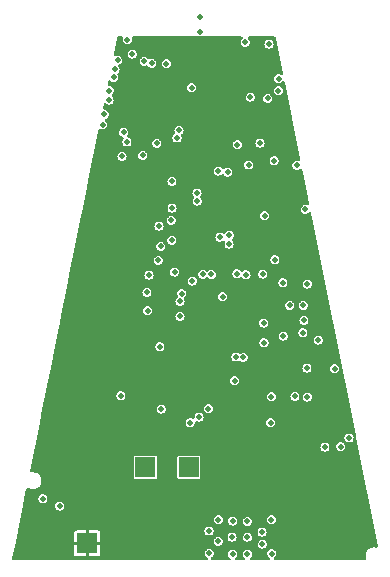
<source format=gbr>
G04 #@! TF.GenerationSoftware,KiCad,Pcbnew,(6.0.4)*
G04 #@! TF.CreationDate,2022-07-14T10:50:46-04:00*
G04 #@! TF.ProjectId,ratkit_design,7261746b-6974-45f6-9465-7369676e2e6b,RatKit2022_proA*
G04 #@! TF.SameCoordinates,PX41672a0PY65bcec0*
G04 #@! TF.FileFunction,Copper,L2,Inr*
G04 #@! TF.FilePolarity,Positive*
%FSLAX46Y46*%
G04 Gerber Fmt 4.6, Leading zero omitted, Abs format (unit mm)*
G04 Created by KiCad (PCBNEW (6.0.4)) date 2022-07-14 10:50:46*
%MOMM*%
%LPD*%
G01*
G04 APERTURE LIST*
G04 #@! TA.AperFunction,ComponentPad*
%ADD10R,1.700000X1.700000*%
G04 #@! TD*
G04 #@! TA.AperFunction,ViaPad*
%ADD11C,0.508000*%
G04 #@! TD*
G04 #@! TA.AperFunction,ViaPad*
%ADD12C,0.660400*%
G04 #@! TD*
G04 APERTURE END LIST*
D10*
G04 #@! TO.N,GND*
G04 #@! TO.C,J102*
X12344400Y6502400D03*
G04 #@! TD*
G04 #@! TO.N,V_Pot*
G04 #@! TO.C,J103*
X20955000Y12954000D03*
G04 #@! TD*
G04 #@! TO.N,V_Blue*
G04 #@! TO.C,J101*
X17272000Y12954000D03*
G04 #@! TD*
D11*
G04 #@! TO.N,GND*
X27635200Y40436800D03*
X18288000Y8229600D03*
X21158200Y7086600D03*
X20574000Y35636200D03*
X27965400Y28473400D03*
X32791400Y21691600D03*
X18288000Y6375400D03*
X26720800Y34290000D03*
X16179800Y44424600D03*
X32410400Y21183600D03*
X24688800Y23139400D03*
X29591000Y24028400D03*
X20345400Y24028400D03*
X26797000Y48869600D03*
X18237200Y26314400D03*
X15367000Y29133800D03*
D12*
X16916400Y48818800D03*
D11*
X30124400Y8178800D03*
X26187400Y27355800D03*
X26877582Y44290818D03*
X30226000Y21336000D03*
X19075400Y42570400D03*
X25019000Y26162000D03*
D12*
X19481800Y48031400D03*
D11*
X23749000Y45135800D03*
X21869400Y49809400D03*
X27305000Y22809200D03*
X29438600Y5740400D03*
X15113000Y49149000D03*
D12*
X16941800Y48031400D03*
D11*
X19405600Y8229600D03*
X15494000Y19837400D03*
X19075400Y44069000D03*
X17932400Y31546800D03*
X29235400Y7239000D03*
X23190200Y23139400D03*
X21488900Y19583900D03*
X23113011Y22301200D03*
X17830800Y24662900D03*
X33248600Y18745200D03*
X20370800Y40360600D03*
X13944600Y43459400D03*
X24409400Y29946600D03*
X19100800Y35458400D03*
X27305000Y18973800D03*
X28498800Y38354000D03*
X32410400Y5969000D03*
X24688800Y18364200D03*
X26365200Y25908000D03*
X15875500Y27660600D03*
X20878800Y40030400D03*
X30937200Y25984200D03*
X23926800Y48031400D03*
X17018000Y38709600D03*
X22580600Y32433035D03*
X21082000Y42494200D03*
X28702000Y18923000D03*
D12*
X19456400Y48844200D03*
D11*
X27101800Y45059600D03*
X20624800Y36398200D03*
X18770600Y29238600D03*
X15392400Y39903400D03*
X24917400Y48996600D03*
X14300200Y30505400D03*
X32435800Y24104600D03*
X20802600Y5715000D03*
X31242000Y24358600D03*
X16738600Y42265600D03*
X14935200Y48183800D03*
X31750000Y21336000D03*
X17957800Y42900600D03*
X25019000Y24663400D03*
X18161000Y39751000D03*
X25171400Y44653200D03*
X22787057Y38154057D03*
X13487400Y41198800D03*
X20472400Y8204200D03*
X23241000Y26162000D03*
X19380200Y31521400D03*
X21869400Y51104800D03*
X9220200Y10287000D03*
X27813000Y29083000D03*
X9398000Y6604000D03*
X24231600Y38582600D03*
X28956000Y27071700D03*
X24384000Y19786600D03*
X24673541Y44135069D03*
X32486600Y18745200D03*
X20929600Y46786800D03*
X15875000Y25857200D03*
X24003000Y30657800D03*
X20574000Y40995600D03*
X18059400Y44323000D03*
X26604885Y20616182D03*
X32054800Y22987000D03*
X31387212Y8173427D03*
X20980400Y39090600D03*
X26593800Y22225000D03*
X19431000Y33172400D03*
X28829000Y21590000D03*
X19939000Y25095200D03*
X26263600Y24485600D03*
X18364200Y37109400D03*
X14579600Y18465800D03*
X20269200Y48488600D03*
X32461200Y8128000D03*
X7924800Y10287000D03*
X25273000Y38582600D03*
X26390600Y23139400D03*
X23241000Y24790400D03*
G04 #@! TO.N,/RatKit_Main/uRSTN*
X19939000Y40843200D03*
X8585200Y10287000D03*
X18618200Y17881600D03*
X18555145Y31668379D03*
G04 #@! TO.N,V_Blue*
X15417800Y41325800D03*
X27609800Y44195502D03*
X17805400Y47142400D03*
X25908000Y7035800D03*
X30810200Y34798000D03*
X25908000Y5613400D03*
X25730200Y48920400D03*
X19050000Y47117000D03*
X24612600Y7035800D03*
X25044400Y40259000D03*
X23444200Y38023800D03*
X21641383Y36163643D03*
X28524200Y44831000D03*
X19507200Y37160200D03*
X28549600Y45847000D03*
X10007600Y9677400D03*
X30073600Y38506400D03*
X24663400Y8407400D03*
X21666200Y35483800D03*
X24663400Y5613400D03*
X20116800Y41478200D03*
X25908000Y8382000D03*
X27736800Y48793400D03*
G04 #@! TO.N,pVbias_Cap*
X23799800Y27406600D03*
G04 #@! TO.N,V_Pot*
X20202443Y25730700D03*
X24815800Y20294600D03*
X17449800Y26212800D03*
X17576800Y29235400D03*
X22682200Y5664200D03*
X22656800Y7569200D03*
X23444200Y6680200D03*
X34493200Y15443200D03*
X27178000Y6451600D03*
X27203400Y29311600D03*
X27152600Y7467600D03*
X18364200Y30480000D03*
X17398500Y27762200D03*
X25552400Y22250400D03*
X24942800Y22301200D03*
X30988000Y28473400D03*
X27940000Y8509000D03*
X23444200Y8509000D03*
X28233195Y30523519D03*
X23571200Y32433035D03*
X27965400Y5638800D03*
X25019000Y29337000D03*
G04 #@! TO.N,Net-(D1-Pad2)*
X33289410Y21298434D03*
G04 #@! TO.N,/RatKit_Main/uSWDIO*
X16154400Y47929800D03*
X26974800Y40411400D03*
G04 #@! TO.N,/RatKit_Main/uSWDCLK*
X17170400Y47320200D03*
X26162000Y44297600D03*
G04 #@! TO.N,/RatKit_Main/PB0_ADC_VINM1*
X13797636Y42842152D03*
X19532600Y34899600D03*
G04 #@! TO.N,/RatKit_Main/PB1_ADC_VINP1*
X13649243Y41951357D03*
X27372105Y34261163D03*
G04 #@! TO.N,/RatKit_Main/uI2C1_SDA*
X15748000Y49149000D03*
X28168600Y38912800D03*
G04 #@! TO.N,/RatKit_Main/PB2_ADC_VINM0*
X19481800Y32156400D03*
G04 #@! TO.N,/RatKit_Main/uI2C1_SCL*
X26009600Y38557200D03*
X14909800Y47421800D03*
G04 #@! TO.N,/RatKit_Main/PB3_ADC_VINP0*
X19456400Y33858200D03*
G04 #@! TO.N,/RatKit_Main/uI2C1_SMBA*
X24244704Y37936795D03*
X21183600Y45085000D03*
G04 #@! TO.N,/RatKit_Main/PB4_pRSTN*
X18415000Y33375600D03*
X15697700Y40504315D03*
X29489400Y26670000D03*
X24384000Y32613600D03*
G04 #@! TO.N,/RatKit_Main/SPI1_NSS*
X31903415Y23724647D03*
X14198600Y44043600D03*
G04 #@! TO.N,/RatKit_Main/SPI1_MISO*
X30607000Y24358600D03*
X14206687Y44842372D03*
X15290800Y39268400D03*
X24358600Y31851600D03*
G04 #@! TO.N,/RatKit_Main/SPI1_SCK*
X14579600Y45974000D03*
X27305000Y23495000D03*
G04 #@! TO.N,/RatKit_Main/SPI1_MOSI*
X14706600Y46634400D03*
X28956000Y24056700D03*
G04 #@! TO.N,/RatKit_Main/INT_pIn_uACKOUT*
X30632400Y26670000D03*
X18233943Y40382743D03*
G04 #@! TO.N,/RatKit_Main/INT_pINTOUT_uIn*
X30683200Y25400000D03*
G04 #@! TO.N,/RatKit_Main/INT_pACKOUT_uIn*
X27279600Y25171400D03*
X17037321Y39353735D03*
G04 #@! TO.N,/RatKit_Main/pXTAL1*
X27940000Y18923000D03*
G04 #@! TO.N,/RatKit_Main/pXTAL0*
X30937200Y21361400D03*
G04 #@! TO.N,/RatKit_Main/E_AIN0*
X33807400Y14706600D03*
X20193000Y27000200D03*
G04 #@! TO.N,/RatKit_Main/E_AIN1*
X20345400Y27660600D03*
X32461200Y14655800D03*
G04 #@! TO.N,/RatKit_Main/E_AFE2*
X30988000Y18903502D03*
X22123400Y29286200D03*
G04 #@! TO.N,/RatKit_Main/E_AIN2*
X21818600Y17195800D03*
X21232965Y28722321D03*
G04 #@! TO.N,/RatKit_Main/E_AFE3*
X29921200Y18948400D03*
X28905200Y28575000D03*
G04 #@! TO.N,/RatKit_Main/E_AIN3*
X21056600Y16738600D03*
X19735800Y29489400D03*
G04 #@! TO.N,/RatKit_Main/E_AFE4*
X27863800Y16738600D03*
X25781000Y29260800D03*
G04 #@! TO.N,/RatKit_Main/E_AFE1*
X22606000Y17907000D03*
X22860000Y29286200D03*
G04 #@! TO.N,/RatKit_Main/DE0*
X18491200Y23164800D03*
X15189200Y19024600D03*
G04 #@! TD*
G04 #@! TA.AperFunction,Conductor*
G04 #@! TO.N,GND*
G36*
X15328978Y49408398D02*
G01*
X15375471Y49354742D01*
X15385575Y49284468D01*
X15382818Y49272614D01*
X15380650Y49268359D01*
X15361745Y49149000D01*
X15380650Y49029641D01*
X15385151Y49020807D01*
X15385152Y49020804D01*
X15389845Y49011594D01*
X15435513Y48921965D01*
X15520965Y48836513D01*
X15571362Y48810835D01*
X15619804Y48786152D01*
X15619807Y48786151D01*
X15628641Y48781650D01*
X15748000Y48762745D01*
X15867359Y48781650D01*
X15876193Y48786151D01*
X15876196Y48786152D01*
X15924638Y48810835D01*
X15975035Y48836513D01*
X16060487Y48921965D01*
X16106155Y49011594D01*
X16110848Y49020804D01*
X16110849Y49020807D01*
X16115350Y49029641D01*
X16134255Y49149000D01*
X16115350Y49268359D01*
X16115160Y49268733D01*
X16113283Y49334432D01*
X16149946Y49395230D01*
X16213658Y49426555D01*
X16235143Y49428400D01*
X25394488Y49428400D01*
X25462609Y49408398D01*
X25509102Y49354742D01*
X25519206Y49284468D01*
X25489712Y49219888D01*
X25483583Y49213305D01*
X25417713Y49147435D01*
X25392968Y49098870D01*
X25367352Y49048596D01*
X25367351Y49048593D01*
X25362850Y49039759D01*
X25343945Y48920400D01*
X25362850Y48801041D01*
X25367351Y48792207D01*
X25367352Y48792204D01*
X25389600Y48748541D01*
X25417713Y48693365D01*
X25503165Y48607913D01*
X25558341Y48579800D01*
X25602004Y48557552D01*
X25602007Y48557551D01*
X25610841Y48553050D01*
X25730200Y48534145D01*
X25849559Y48553050D01*
X25858393Y48557551D01*
X25858396Y48557552D01*
X25902059Y48579800D01*
X25957235Y48607913D01*
X26042687Y48693365D01*
X26070800Y48748541D01*
X26093048Y48792204D01*
X26093049Y48792207D01*
X26093657Y48793400D01*
X27350545Y48793400D01*
X27369450Y48674041D01*
X27373951Y48665207D01*
X27373952Y48665204D01*
X27396200Y48621541D01*
X27424313Y48566365D01*
X27509765Y48480913D01*
X27564941Y48452800D01*
X27608604Y48430552D01*
X27608607Y48430551D01*
X27617441Y48426050D01*
X27736800Y48407145D01*
X27856159Y48426050D01*
X27864993Y48430551D01*
X27864996Y48430552D01*
X27908659Y48452800D01*
X27963835Y48480913D01*
X28049287Y48566365D01*
X28077400Y48621541D01*
X28099648Y48665204D01*
X28099649Y48665207D01*
X28104150Y48674041D01*
X28123055Y48793400D01*
X28104150Y48912759D01*
X28099649Y48921593D01*
X28099648Y48921596D01*
X28077400Y48965259D01*
X28049287Y49020435D01*
X27963835Y49105887D01*
X27898438Y49139208D01*
X27864996Y49156248D01*
X27864993Y49156249D01*
X27856159Y49160750D01*
X27747558Y49177951D01*
X27740632Y49181235D01*
X27726043Y49177951D01*
X27617441Y49160750D01*
X27608607Y49156249D01*
X27608604Y49156248D01*
X27575162Y49139208D01*
X27509765Y49105887D01*
X27424313Y49020435D01*
X27396200Y48965259D01*
X27373952Y48921596D01*
X27373951Y48921593D01*
X27369450Y48912759D01*
X27350545Y48793400D01*
X26093657Y48793400D01*
X26097550Y48801041D01*
X26116455Y48920400D01*
X26097550Y49039759D01*
X26093049Y49048593D01*
X26093048Y49048596D01*
X26067432Y49098870D01*
X26042687Y49147435D01*
X25976817Y49213305D01*
X25942791Y49275617D01*
X25947856Y49346432D01*
X25990403Y49403268D01*
X26056923Y49428079D01*
X26065912Y49428400D01*
X27706331Y49428400D01*
X27734600Y49420100D01*
X27751120Y49427361D01*
X27767269Y49428400D01*
X28192409Y49428400D01*
X28260530Y49408398D01*
X28307023Y49354742D01*
X28315937Y49327235D01*
X28920167Y46321583D01*
X28921520Y46314851D01*
X28915336Y46244124D01*
X28871896Y46187968D01*
X28804991Y46164213D01*
X28740790Y46177750D01*
X28668959Y46214350D01*
X28549600Y46233255D01*
X28430241Y46214350D01*
X28421407Y46209849D01*
X28421404Y46209848D01*
X28378463Y46187968D01*
X28322565Y46159487D01*
X28237113Y46074035D01*
X28209000Y46018859D01*
X28186752Y45975196D01*
X28186751Y45975193D01*
X28182250Y45966359D01*
X28163345Y45847000D01*
X28182250Y45727641D01*
X28186751Y45718807D01*
X28186752Y45718804D01*
X28205032Y45682928D01*
X28237113Y45619965D01*
X28322565Y45534513D01*
X28377741Y45506400D01*
X28421404Y45484152D01*
X28421407Y45484151D01*
X28430241Y45479650D01*
X28519828Y45465461D01*
X28540904Y45455469D01*
X28553971Y45461437D01*
X28635465Y45474345D01*
X28668959Y45479650D01*
X28677793Y45484151D01*
X28677796Y45484152D01*
X28721459Y45506400D01*
X28776635Y45534513D01*
X28861605Y45619483D01*
X28923917Y45653509D01*
X28994732Y45648444D01*
X29051568Y45605897D01*
X29074229Y45555222D01*
X30384644Y39036744D01*
X30391694Y39001677D01*
X30385510Y38930950D01*
X30342070Y38874794D01*
X30275165Y38851039D01*
X30210965Y38864576D01*
X30201797Y38869247D01*
X30201796Y38869247D01*
X30192959Y38873750D01*
X30073600Y38892655D01*
X29954241Y38873750D01*
X29945407Y38869249D01*
X29945404Y38869248D01*
X29901741Y38847000D01*
X29846565Y38818887D01*
X29761113Y38733435D01*
X29741329Y38694606D01*
X29710752Y38634596D01*
X29710751Y38634593D01*
X29706250Y38625759D01*
X29687345Y38506400D01*
X29706250Y38387041D01*
X29710751Y38378207D01*
X29710752Y38378204D01*
X29729815Y38340791D01*
X29761113Y38279365D01*
X29846565Y38193913D01*
X29901741Y38165800D01*
X29945404Y38143552D01*
X29945407Y38143551D01*
X29954241Y38139050D01*
X30073600Y38120145D01*
X30192959Y38139050D01*
X30201793Y38143551D01*
X30201796Y38143552D01*
X30245459Y38165800D01*
X30300635Y38193913D01*
X30345379Y38238657D01*
X30407691Y38272683D01*
X30478506Y38267618D01*
X30535342Y38225071D01*
X30558003Y38174395D01*
X30683105Y37552091D01*
X31050967Y35722218D01*
X31138213Y35288223D01*
X31132029Y35217496D01*
X31088589Y35161340D01*
X31021684Y35137585D01*
X30957483Y35151122D01*
X30929559Y35165350D01*
X30810200Y35184255D01*
X30690841Y35165350D01*
X30682007Y35160849D01*
X30682004Y35160848D01*
X30638341Y35138600D01*
X30583165Y35110487D01*
X30497713Y35025035D01*
X30489627Y35009165D01*
X30447352Y34926196D01*
X30447351Y34926193D01*
X30442850Y34917359D01*
X30423945Y34798000D01*
X30442850Y34678641D01*
X30447351Y34669807D01*
X30447352Y34669804D01*
X30459549Y34645867D01*
X30497713Y34570965D01*
X30583165Y34485513D01*
X30638341Y34457400D01*
X30682004Y34435152D01*
X30682007Y34435151D01*
X30690841Y34430650D01*
X30810200Y34411745D01*
X30929559Y34430650D01*
X30938393Y34435151D01*
X30938396Y34435152D01*
X30982059Y34457400D01*
X31037235Y34485513D01*
X31089392Y34537670D01*
X31151704Y34571696D01*
X31222519Y34566631D01*
X31279355Y34524084D01*
X31302016Y34473408D01*
X33149981Y25280965D01*
X35081223Y15674275D01*
X35075039Y15603548D01*
X35031599Y15547392D01*
X35016483Y15542025D01*
X35040778Y15541678D01*
X35099950Y15502445D01*
X35127086Y15446134D01*
X36965774Y6299842D01*
X36959590Y6229115D01*
X36916150Y6172959D01*
X36849245Y6149204D01*
X36811484Y6152911D01*
X36805092Y6155403D01*
X36673713Y6172700D01*
X36583607Y6172700D01*
X36524829Y6165587D01*
X36463330Y6158145D01*
X36463327Y6158144D01*
X36455789Y6157232D01*
X36448688Y6154549D01*
X36448685Y6154548D01*
X36302174Y6099186D01*
X36294651Y6096343D01*
X36288393Y6092042D01*
X36163419Y6006150D01*
X36152688Y5998775D01*
X36147636Y5993105D01*
X36147635Y5993104D01*
X36043149Y5875832D01*
X36043147Y5875829D01*
X36038096Y5870160D01*
X35957491Y5717924D01*
X35915526Y5550855D01*
X35915486Y5543257D01*
X35915486Y5543255D01*
X35915182Y5485204D01*
X35914624Y5378598D01*
X35916396Y5371218D01*
X35916396Y5371216D01*
X35948999Y5235414D01*
X35945452Y5164506D01*
X35904132Y5106772D01*
X35838158Y5080542D01*
X35826480Y5080000D01*
X28233846Y5080000D01*
X28165725Y5100002D01*
X28119232Y5153658D01*
X28109128Y5223932D01*
X28138622Y5288512D01*
X28176642Y5318266D01*
X28192435Y5326313D01*
X28277887Y5411765D01*
X28315306Y5485204D01*
X28328248Y5510604D01*
X28328249Y5510607D01*
X28332750Y5519441D01*
X28351655Y5638800D01*
X28332750Y5758159D01*
X28328249Y5766993D01*
X28328248Y5766996D01*
X28295333Y5831594D01*
X28277887Y5865835D01*
X28192435Y5951287D01*
X28110364Y5993104D01*
X28093596Y6001648D01*
X28093593Y6001649D01*
X28084759Y6006150D01*
X27965400Y6025055D01*
X27846041Y6006150D01*
X27837207Y6001649D01*
X27837204Y6001648D01*
X27820436Y5993104D01*
X27738365Y5951287D01*
X27652913Y5865835D01*
X27635467Y5831594D01*
X27602552Y5766996D01*
X27602551Y5766993D01*
X27598050Y5758159D01*
X27579145Y5638800D01*
X27598050Y5519441D01*
X27602551Y5510607D01*
X27602552Y5510604D01*
X27615494Y5485204D01*
X27652913Y5411765D01*
X27738365Y5326313D01*
X27754158Y5318266D01*
X27805772Y5269518D01*
X27822838Y5200603D01*
X27799937Y5133402D01*
X27744339Y5089250D01*
X27696954Y5080000D01*
X26216122Y5080000D01*
X26148001Y5100002D01*
X26101508Y5153658D01*
X26091404Y5223932D01*
X26120898Y5288512D01*
X26133628Y5300196D01*
X26135035Y5300913D01*
X26220487Y5386365D01*
X26267988Y5479592D01*
X26270848Y5485204D01*
X26270849Y5485207D01*
X26275350Y5494041D01*
X26294255Y5613400D01*
X26275350Y5732759D01*
X26270849Y5741593D01*
X26270848Y5741596D01*
X26244964Y5792396D01*
X26220487Y5840435D01*
X26135035Y5925887D01*
X26076344Y5955791D01*
X26036196Y5976248D01*
X26036193Y5976249D01*
X26027359Y5980750D01*
X25908000Y5999655D01*
X25788641Y5980750D01*
X25779807Y5976249D01*
X25779804Y5976248D01*
X25739656Y5955791D01*
X25680965Y5925887D01*
X25595513Y5840435D01*
X25571036Y5792396D01*
X25545152Y5741596D01*
X25545151Y5741593D01*
X25540650Y5732759D01*
X25521745Y5613400D01*
X25540650Y5494041D01*
X25545151Y5485207D01*
X25545152Y5485204D01*
X25548012Y5479592D01*
X25595513Y5386365D01*
X25680965Y5300913D01*
X25680056Y5300004D01*
X25717292Y5251715D01*
X25723369Y5180979D01*
X25690238Y5118187D01*
X25628418Y5083275D01*
X25599878Y5080000D01*
X24971522Y5080000D01*
X24903401Y5100002D01*
X24856908Y5153658D01*
X24846804Y5223932D01*
X24876298Y5288512D01*
X24889028Y5300196D01*
X24890435Y5300913D01*
X24975887Y5386365D01*
X25023388Y5479592D01*
X25026248Y5485204D01*
X25026249Y5485207D01*
X25030750Y5494041D01*
X25049655Y5613400D01*
X25030750Y5732759D01*
X25026249Y5741593D01*
X25026248Y5741596D01*
X25000364Y5792396D01*
X24975887Y5840435D01*
X24890435Y5925887D01*
X24831744Y5955791D01*
X24791596Y5976248D01*
X24791593Y5976249D01*
X24782759Y5980750D01*
X24663400Y5999655D01*
X24544041Y5980750D01*
X24535207Y5976249D01*
X24535204Y5976248D01*
X24495056Y5955791D01*
X24436365Y5925887D01*
X24350913Y5840435D01*
X24326436Y5792396D01*
X24300552Y5741596D01*
X24300551Y5741593D01*
X24296050Y5732759D01*
X24277145Y5613400D01*
X24296050Y5494041D01*
X24300551Y5485207D01*
X24300552Y5485204D01*
X24303412Y5479592D01*
X24350913Y5386365D01*
X24436365Y5300913D01*
X24435456Y5300004D01*
X24472692Y5251715D01*
X24478769Y5180979D01*
X24445638Y5118187D01*
X24383818Y5083275D01*
X24355278Y5080000D01*
X22900795Y5080000D01*
X22832674Y5100002D01*
X22786181Y5153658D01*
X22776077Y5223932D01*
X22805571Y5288512D01*
X22843593Y5318267D01*
X22859384Y5326313D01*
X22909235Y5351713D01*
X22994687Y5437165D01*
X23032106Y5510604D01*
X23045048Y5536004D01*
X23045049Y5536007D01*
X23049550Y5544841D01*
X23068455Y5664200D01*
X23049550Y5783559D01*
X23045049Y5792393D01*
X23045048Y5792396D01*
X23008846Y5863446D01*
X22994687Y5891235D01*
X22909235Y5976687D01*
X22848366Y6007701D01*
X22810396Y6027048D01*
X22810393Y6027049D01*
X22801559Y6031550D01*
X22682200Y6050455D01*
X22562841Y6031550D01*
X22554007Y6027049D01*
X22554004Y6027048D01*
X22516034Y6007701D01*
X22455165Y5976687D01*
X22369713Y5891235D01*
X22355554Y5863446D01*
X22319352Y5792396D01*
X22319351Y5792393D01*
X22314850Y5783559D01*
X22295945Y5664200D01*
X22314850Y5544841D01*
X22319351Y5536007D01*
X22319352Y5536004D01*
X22332294Y5510604D01*
X22369713Y5437165D01*
X22455165Y5351713D01*
X22505016Y5326313D01*
X22520807Y5318267D01*
X22572423Y5269519D01*
X22589489Y5200604D01*
X22566589Y5133403D01*
X22510991Y5089250D01*
X22463605Y5080000D01*
X6122851Y5080000D01*
X6054730Y5100002D01*
X6008237Y5153658D01*
X5999322Y5230833D01*
X6013410Y5300913D01*
X6080285Y5633572D01*
X11240401Y5633572D01*
X11241609Y5621312D01*
X11252715Y5565469D01*
X11262033Y5542973D01*
X11304383Y5479592D01*
X11321592Y5462383D01*
X11384975Y5420032D01*
X11407466Y5410716D01*
X11463315Y5399607D01*
X11475570Y5398400D01*
X12199285Y5398400D01*
X12214524Y5402875D01*
X12215729Y5404265D01*
X12217400Y5411948D01*
X12217400Y5416516D01*
X12471400Y5416516D01*
X12475875Y5401277D01*
X12477265Y5400072D01*
X12484948Y5398401D01*
X13213228Y5398401D01*
X13225488Y5399609D01*
X13281331Y5410715D01*
X13303827Y5420033D01*
X13367208Y5462383D01*
X13384417Y5479592D01*
X13426768Y5542975D01*
X13436084Y5565466D01*
X13447193Y5621315D01*
X13448400Y5633570D01*
X13448400Y6357285D01*
X13443925Y6372524D01*
X13442535Y6373729D01*
X13434852Y6375400D01*
X12489515Y6375400D01*
X12474276Y6370925D01*
X12473071Y6369535D01*
X12471400Y6361852D01*
X12471400Y5416516D01*
X12217400Y5416516D01*
X12217400Y6357285D01*
X12212925Y6372524D01*
X12211535Y6373729D01*
X12203852Y6375400D01*
X11258516Y6375400D01*
X11243277Y6370925D01*
X11242072Y6369535D01*
X11240401Y6361852D01*
X11240401Y5633572D01*
X6080285Y5633572D01*
X6284119Y6647515D01*
X11240400Y6647515D01*
X11244875Y6632276D01*
X11246265Y6631071D01*
X11253948Y6629400D01*
X12199285Y6629400D01*
X12214524Y6633875D01*
X12215729Y6635265D01*
X12217400Y6642948D01*
X12217400Y6647515D01*
X12471400Y6647515D01*
X12475875Y6632276D01*
X12477265Y6631071D01*
X12484948Y6629400D01*
X13430284Y6629400D01*
X13445523Y6633875D01*
X13446728Y6635265D01*
X13448399Y6642948D01*
X13448399Y6680200D01*
X23057945Y6680200D01*
X23076850Y6560841D01*
X23081351Y6552007D01*
X23081352Y6552004D01*
X23103600Y6508341D01*
X23131713Y6453165D01*
X23217165Y6367713D01*
X23267562Y6342035D01*
X23316004Y6317352D01*
X23316007Y6317351D01*
X23324841Y6312850D01*
X23444200Y6293945D01*
X23563559Y6312850D01*
X23572393Y6317351D01*
X23572396Y6317352D01*
X23620838Y6342035D01*
X23671235Y6367713D01*
X23755122Y6451600D01*
X26791745Y6451600D01*
X26810650Y6332241D01*
X26815151Y6323407D01*
X26815152Y6323404D01*
X26837400Y6279741D01*
X26865513Y6224565D01*
X26950965Y6139113D01*
X27006141Y6111000D01*
X27049804Y6088752D01*
X27049807Y6088751D01*
X27058641Y6084250D01*
X27178000Y6065345D01*
X27297359Y6084250D01*
X27306193Y6088751D01*
X27306196Y6088752D01*
X27349859Y6111000D01*
X27405035Y6139113D01*
X27490487Y6224565D01*
X27518600Y6279741D01*
X27540848Y6323404D01*
X27540849Y6323407D01*
X27545350Y6332241D01*
X27564255Y6451600D01*
X27545350Y6570959D01*
X27540849Y6579793D01*
X27540848Y6579796D01*
X27505309Y6649545D01*
X27490487Y6678635D01*
X27405035Y6764087D01*
X27349859Y6792200D01*
X27306196Y6814448D01*
X27306193Y6814449D01*
X27297359Y6818950D01*
X27263865Y6824255D01*
X27182371Y6837163D01*
X27169942Y6843055D01*
X27148228Y6833139D01*
X27058641Y6818950D01*
X27049807Y6814449D01*
X27049804Y6814448D01*
X27006141Y6792200D01*
X26950965Y6764087D01*
X26865513Y6678635D01*
X26850691Y6649545D01*
X26815152Y6579796D01*
X26815151Y6579793D01*
X26810650Y6570959D01*
X26791745Y6451600D01*
X23755122Y6451600D01*
X23756687Y6453165D01*
X23784800Y6508341D01*
X23807048Y6552004D01*
X23807049Y6552007D01*
X23811550Y6560841D01*
X23830455Y6680200D01*
X23811550Y6799559D01*
X23807049Y6808393D01*
X23807048Y6808396D01*
X23784800Y6852059D01*
X23756687Y6907235D01*
X23671235Y6992687D01*
X23605838Y7026008D01*
X23586621Y7035800D01*
X24226345Y7035800D01*
X24245250Y6916441D01*
X24249751Y6907607D01*
X24249752Y6907604D01*
X24254445Y6898394D01*
X24300113Y6808765D01*
X24385565Y6723313D01*
X24440741Y6695200D01*
X24484404Y6672952D01*
X24484407Y6672951D01*
X24493241Y6668450D01*
X24612600Y6649545D01*
X24731959Y6668450D01*
X24740793Y6672951D01*
X24740796Y6672952D01*
X24784459Y6695200D01*
X24839635Y6723313D01*
X24925087Y6808765D01*
X24970755Y6898394D01*
X24975448Y6907604D01*
X24975449Y6907607D01*
X24979950Y6916441D01*
X24998855Y7035800D01*
X25521745Y7035800D01*
X25540650Y6916441D01*
X25545151Y6907607D01*
X25545152Y6907604D01*
X25549845Y6898394D01*
X25595513Y6808765D01*
X25680965Y6723313D01*
X25736141Y6695200D01*
X25779804Y6672952D01*
X25779807Y6672951D01*
X25788641Y6668450D01*
X25908000Y6649545D01*
X26027359Y6668450D01*
X26036193Y6672951D01*
X26036196Y6672952D01*
X26079859Y6695200D01*
X26135035Y6723313D01*
X26220487Y6808765D01*
X26266155Y6898394D01*
X26270848Y6907604D01*
X26270849Y6907607D01*
X26275350Y6916441D01*
X26294255Y7035800D01*
X26275350Y7155159D01*
X26270849Y7163993D01*
X26270848Y7163996D01*
X26225901Y7252209D01*
X26220487Y7262835D01*
X26135035Y7348287D01*
X26079859Y7376400D01*
X26036196Y7398648D01*
X26036193Y7398649D01*
X26027359Y7403150D01*
X25908000Y7422055D01*
X25788641Y7403150D01*
X25779807Y7398649D01*
X25779804Y7398648D01*
X25736141Y7376400D01*
X25680965Y7348287D01*
X25595513Y7262835D01*
X25590099Y7252209D01*
X25545152Y7163996D01*
X25545151Y7163993D01*
X25540650Y7155159D01*
X25521745Y7035800D01*
X24998855Y7035800D01*
X24979950Y7155159D01*
X24975449Y7163993D01*
X24975448Y7163996D01*
X24930501Y7252209D01*
X24925087Y7262835D01*
X24839635Y7348287D01*
X24784459Y7376400D01*
X24740796Y7398648D01*
X24740793Y7398649D01*
X24731959Y7403150D01*
X24612600Y7422055D01*
X24493241Y7403150D01*
X24484407Y7398649D01*
X24484404Y7398648D01*
X24440741Y7376400D01*
X24385565Y7348287D01*
X24300113Y7262835D01*
X24294699Y7252209D01*
X24249752Y7163996D01*
X24249751Y7163993D01*
X24245250Y7155159D01*
X24226345Y7035800D01*
X23586621Y7035800D01*
X23572396Y7043048D01*
X23572393Y7043049D01*
X23563559Y7047550D01*
X23444200Y7066455D01*
X23324841Y7047550D01*
X23316007Y7043049D01*
X23316004Y7043048D01*
X23282562Y7026008D01*
X23217165Y6992687D01*
X23131713Y6907235D01*
X23103600Y6852059D01*
X23081352Y6808396D01*
X23081351Y6808393D01*
X23076850Y6799559D01*
X23057945Y6680200D01*
X13448399Y6680200D01*
X13448399Y7371228D01*
X13447191Y7383488D01*
X13436085Y7439331D01*
X13426767Y7461827D01*
X13384417Y7525208D01*
X13367208Y7542417D01*
X13327124Y7569200D01*
X22270545Y7569200D01*
X22289450Y7449841D01*
X22293951Y7441007D01*
X22293952Y7441004D01*
X22312450Y7404701D01*
X22344313Y7342165D01*
X22429765Y7256713D01*
X22484941Y7228600D01*
X22528604Y7206352D01*
X22528607Y7206351D01*
X22537441Y7201850D01*
X22656800Y7182945D01*
X22776159Y7201850D01*
X22784993Y7206351D01*
X22784996Y7206352D01*
X22828659Y7228600D01*
X22883835Y7256713D01*
X22969287Y7342165D01*
X23001150Y7404701D01*
X23019648Y7441004D01*
X23019649Y7441007D01*
X23024150Y7449841D01*
X23026963Y7467600D01*
X26766345Y7467600D01*
X26785250Y7348241D01*
X26789751Y7339407D01*
X26789752Y7339404D01*
X26791921Y7335148D01*
X26840113Y7240565D01*
X26925565Y7155113D01*
X26980741Y7127000D01*
X27024404Y7104752D01*
X27024407Y7104751D01*
X27033241Y7100250D01*
X27066735Y7094945D01*
X27148229Y7082037D01*
X27160658Y7076145D01*
X27182372Y7086061D01*
X27271959Y7100250D01*
X27280793Y7104751D01*
X27280796Y7104752D01*
X27324459Y7127000D01*
X27379635Y7155113D01*
X27465087Y7240565D01*
X27513279Y7335148D01*
X27515448Y7339404D01*
X27515449Y7339407D01*
X27519950Y7348241D01*
X27538855Y7467600D01*
X27519950Y7586959D01*
X27515449Y7595793D01*
X27515448Y7595796D01*
X27473173Y7678765D01*
X27465087Y7694635D01*
X27379635Y7780087D01*
X27324459Y7808200D01*
X27280796Y7830448D01*
X27280793Y7830449D01*
X27271959Y7834950D01*
X27152600Y7853855D01*
X27033241Y7834950D01*
X27024407Y7830449D01*
X27024404Y7830448D01*
X26980741Y7808200D01*
X26925565Y7780087D01*
X26840113Y7694635D01*
X26832027Y7678765D01*
X26789752Y7595796D01*
X26789751Y7595793D01*
X26785250Y7586959D01*
X26766345Y7467600D01*
X23026963Y7467600D01*
X23043055Y7569200D01*
X23024150Y7688559D01*
X23019649Y7697393D01*
X23019648Y7697396D01*
X22981090Y7773070D01*
X22969287Y7796235D01*
X22883835Y7881687D01*
X22828659Y7909800D01*
X22784996Y7932048D01*
X22784993Y7932049D01*
X22776159Y7936550D01*
X22656800Y7955455D01*
X22537441Y7936550D01*
X22528607Y7932049D01*
X22528604Y7932048D01*
X22484941Y7909800D01*
X22429765Y7881687D01*
X22344313Y7796235D01*
X22332510Y7773070D01*
X22293952Y7697396D01*
X22293951Y7697393D01*
X22289450Y7688559D01*
X22270545Y7569200D01*
X13327124Y7569200D01*
X13303825Y7584768D01*
X13281334Y7594084D01*
X13225485Y7605193D01*
X13213230Y7606400D01*
X12489515Y7606400D01*
X12474276Y7601925D01*
X12473071Y7600535D01*
X12471400Y7592852D01*
X12471400Y6647515D01*
X12217400Y6647515D01*
X12217400Y7588284D01*
X12212925Y7603523D01*
X12211535Y7604728D01*
X12203852Y7606399D01*
X11475572Y7606399D01*
X11463312Y7605191D01*
X11407469Y7594085D01*
X11384973Y7584767D01*
X11321592Y7542417D01*
X11304383Y7525208D01*
X11262032Y7461825D01*
X11252716Y7439334D01*
X11241607Y7383485D01*
X11240400Y7371230D01*
X11240400Y6647515D01*
X6284119Y6647515D01*
X6658335Y8509000D01*
X23057945Y8509000D01*
X23076850Y8389641D01*
X23081351Y8380807D01*
X23081352Y8380804D01*
X23085732Y8372208D01*
X23131713Y8281965D01*
X23217165Y8196513D01*
X23272341Y8168400D01*
X23316004Y8146152D01*
X23316007Y8146151D01*
X23324841Y8141650D01*
X23444200Y8122745D01*
X23563559Y8141650D01*
X23572393Y8146151D01*
X23572396Y8146152D01*
X23616059Y8168400D01*
X23671235Y8196513D01*
X23756687Y8281965D01*
X23802668Y8372208D01*
X23807048Y8380804D01*
X23807049Y8380807D01*
X23811550Y8389641D01*
X23814363Y8407400D01*
X24277145Y8407400D01*
X24296050Y8288041D01*
X24300551Y8279207D01*
X24300552Y8279204D01*
X24313494Y8253804D01*
X24350913Y8180365D01*
X24436365Y8094913D01*
X24486216Y8069513D01*
X24535204Y8044552D01*
X24535207Y8044551D01*
X24544041Y8040050D01*
X24663400Y8021145D01*
X24782759Y8040050D01*
X24791593Y8044551D01*
X24791596Y8044552D01*
X24840584Y8069513D01*
X24890435Y8094913D01*
X24975887Y8180365D01*
X25013306Y8253804D01*
X25026248Y8279204D01*
X25026249Y8279207D01*
X25030750Y8288041D01*
X25045632Y8382000D01*
X25521745Y8382000D01*
X25540650Y8262641D01*
X25545151Y8253807D01*
X25545152Y8253804D01*
X25567400Y8210141D01*
X25595513Y8154965D01*
X25680965Y8069513D01*
X25729954Y8044552D01*
X25779804Y8019152D01*
X25779807Y8019151D01*
X25788641Y8014650D01*
X25908000Y7995745D01*
X26027359Y8014650D01*
X26036193Y8019151D01*
X26036196Y8019152D01*
X26086046Y8044552D01*
X26135035Y8069513D01*
X26220487Y8154965D01*
X26248600Y8210141D01*
X26270848Y8253804D01*
X26270849Y8253807D01*
X26275350Y8262641D01*
X26294255Y8382000D01*
X26275350Y8501359D01*
X26271457Y8509000D01*
X27553745Y8509000D01*
X27572650Y8389641D01*
X27577151Y8380807D01*
X27577152Y8380804D01*
X27581532Y8372208D01*
X27627513Y8281965D01*
X27712965Y8196513D01*
X27768141Y8168400D01*
X27811804Y8146152D01*
X27811807Y8146151D01*
X27820641Y8141650D01*
X27940000Y8122745D01*
X28059359Y8141650D01*
X28068193Y8146151D01*
X28068196Y8146152D01*
X28111859Y8168400D01*
X28167035Y8196513D01*
X28252487Y8281965D01*
X28298468Y8372208D01*
X28302848Y8380804D01*
X28302849Y8380807D01*
X28307350Y8389641D01*
X28326255Y8509000D01*
X28307350Y8628359D01*
X28302849Y8637193D01*
X28302848Y8637196D01*
X28277232Y8687470D01*
X28252487Y8736035D01*
X28167035Y8821487D01*
X28111859Y8849600D01*
X28068196Y8871848D01*
X28068193Y8871849D01*
X28059359Y8876350D01*
X27940000Y8895255D01*
X27820641Y8876350D01*
X27811807Y8871849D01*
X27811804Y8871848D01*
X27768141Y8849600D01*
X27712965Y8821487D01*
X27627513Y8736035D01*
X27602768Y8687470D01*
X27577152Y8637196D01*
X27577151Y8637193D01*
X27572650Y8628359D01*
X27553745Y8509000D01*
X26271457Y8509000D01*
X26270849Y8510193D01*
X26270848Y8510196D01*
X26248600Y8553859D01*
X26220487Y8609035D01*
X26135035Y8694487D01*
X26070843Y8727194D01*
X26036196Y8744848D01*
X26036193Y8744849D01*
X26027359Y8749350D01*
X25908000Y8768255D01*
X25788641Y8749350D01*
X25779807Y8744849D01*
X25779804Y8744848D01*
X25745157Y8727194D01*
X25680965Y8694487D01*
X25595513Y8609035D01*
X25567400Y8553859D01*
X25545152Y8510196D01*
X25545151Y8510193D01*
X25540650Y8501359D01*
X25521745Y8382000D01*
X25045632Y8382000D01*
X25049655Y8407400D01*
X25030750Y8526759D01*
X25026249Y8535593D01*
X25026248Y8535596D01*
X24993333Y8600194D01*
X24975887Y8634435D01*
X24890435Y8719887D01*
X24829566Y8750901D01*
X24791596Y8770248D01*
X24791593Y8770249D01*
X24782759Y8774750D01*
X24663400Y8793655D01*
X24544041Y8774750D01*
X24535207Y8770249D01*
X24535204Y8770248D01*
X24497234Y8750901D01*
X24436365Y8719887D01*
X24350913Y8634435D01*
X24333467Y8600194D01*
X24300552Y8535596D01*
X24300551Y8535593D01*
X24296050Y8526759D01*
X24277145Y8407400D01*
X23814363Y8407400D01*
X23830455Y8509000D01*
X23811550Y8628359D01*
X23807049Y8637193D01*
X23807048Y8637196D01*
X23781432Y8687470D01*
X23756687Y8736035D01*
X23671235Y8821487D01*
X23616059Y8849600D01*
X23572396Y8871848D01*
X23572393Y8871849D01*
X23563559Y8876350D01*
X23444200Y8895255D01*
X23324841Y8876350D01*
X23316007Y8871849D01*
X23316004Y8871848D01*
X23272341Y8849600D01*
X23217165Y8821487D01*
X23131713Y8736035D01*
X23106968Y8687470D01*
X23081352Y8637196D01*
X23081351Y8637193D01*
X23076850Y8628359D01*
X23057945Y8509000D01*
X6658335Y8509000D01*
X6893220Y9677400D01*
X9621345Y9677400D01*
X9640250Y9558041D01*
X9644751Y9549207D01*
X9644752Y9549204D01*
X9667000Y9505541D01*
X9695113Y9450365D01*
X9780565Y9364913D01*
X9835741Y9336800D01*
X9879404Y9314552D01*
X9879407Y9314551D01*
X9888241Y9310050D01*
X10007600Y9291145D01*
X10126959Y9310050D01*
X10135793Y9314551D01*
X10135796Y9314552D01*
X10179459Y9336800D01*
X10234635Y9364913D01*
X10320087Y9450365D01*
X10348200Y9505541D01*
X10370448Y9549204D01*
X10370449Y9549207D01*
X10374950Y9558041D01*
X10393855Y9677400D01*
X10374950Y9796759D01*
X10370449Y9805593D01*
X10370448Y9805596D01*
X10348200Y9849259D01*
X10320087Y9904435D01*
X10234635Y9989887D01*
X10179459Y10018000D01*
X10135796Y10040248D01*
X10135793Y10040249D01*
X10126959Y10044750D01*
X10007600Y10063655D01*
X9888241Y10044750D01*
X9879407Y10040249D01*
X9879404Y10040248D01*
X9835741Y10018000D01*
X9780565Y9989887D01*
X9695113Y9904435D01*
X9667000Y9849259D01*
X9644752Y9805596D01*
X9644751Y9805593D01*
X9640250Y9796759D01*
X9621345Y9677400D01*
X6893220Y9677400D01*
X7015768Y10287000D01*
X8198945Y10287000D01*
X8217850Y10167641D01*
X8222351Y10158807D01*
X8222352Y10158804D01*
X8244600Y10115141D01*
X8272713Y10059965D01*
X8358165Y9974513D01*
X8413341Y9946400D01*
X8457004Y9924152D01*
X8457007Y9924151D01*
X8465841Y9919650D01*
X8585200Y9900745D01*
X8704559Y9919650D01*
X8713393Y9924151D01*
X8713396Y9924152D01*
X8757059Y9946400D01*
X8812235Y9974513D01*
X8897687Y10059965D01*
X8925800Y10115141D01*
X8948048Y10158804D01*
X8948049Y10158807D01*
X8952550Y10167641D01*
X8971455Y10287000D01*
X8952550Y10406359D01*
X8948049Y10415193D01*
X8948048Y10415196D01*
X8925800Y10458859D01*
X8897687Y10514035D01*
X8812235Y10599487D01*
X8757059Y10627600D01*
X8713396Y10649848D01*
X8713393Y10649849D01*
X8704559Y10654350D01*
X8585200Y10673255D01*
X8465841Y10654350D01*
X8457007Y10649849D01*
X8457004Y10649848D01*
X8413341Y10627600D01*
X8358165Y10599487D01*
X8272713Y10514035D01*
X8244600Y10458859D01*
X8222352Y10415196D01*
X8222351Y10415193D01*
X8217850Y10406359D01*
X8198945Y10287000D01*
X7015768Y10287000D01*
X7183457Y11121145D01*
X7216492Y11183986D01*
X7278258Y11218992D01*
X7349145Y11215047D01*
X7379435Y11199398D01*
X7408216Y11179170D01*
X7568708Y11116597D01*
X7700087Y11099300D01*
X7790193Y11099300D01*
X7848971Y11106413D01*
X7910470Y11113855D01*
X7910473Y11113856D01*
X7918011Y11114768D01*
X7925112Y11117451D01*
X7925115Y11117452D01*
X8072046Y11172973D01*
X8079149Y11175657D01*
X8221112Y11273225D01*
X8226165Y11278896D01*
X8330651Y11396168D01*
X8330653Y11396171D01*
X8335704Y11401840D01*
X8416309Y11554076D01*
X8458274Y11721145D01*
X8459176Y11893402D01*
X8438937Y11977706D01*
X8420735Y12053521D01*
X8420734Y12053523D01*
X8418963Y12060901D01*
X8403199Y12091442D01*
X16294500Y12091442D01*
X16301898Y12054252D01*
X16330078Y12012078D01*
X16372252Y11983898D01*
X16384422Y11981477D01*
X16403377Y11977706D01*
X16403382Y11977706D01*
X16409442Y11976500D01*
X18134558Y11976500D01*
X18140618Y11977706D01*
X18140623Y11977706D01*
X18159578Y11981477D01*
X18171748Y11983898D01*
X18213922Y12012078D01*
X18242102Y12054252D01*
X18249500Y12091442D01*
X19977500Y12091442D01*
X19984898Y12054252D01*
X20013078Y12012078D01*
X20055252Y11983898D01*
X20067422Y11981477D01*
X20086377Y11977706D01*
X20086382Y11977706D01*
X20092442Y11976500D01*
X21817558Y11976500D01*
X21823618Y11977706D01*
X21823623Y11977706D01*
X21842578Y11981477D01*
X21854748Y11983898D01*
X21896922Y12012078D01*
X21925102Y12054252D01*
X21932500Y12091442D01*
X21932500Y13816558D01*
X21925102Y13853748D01*
X21896922Y13895922D01*
X21854748Y13924102D01*
X21842578Y13926523D01*
X21823623Y13930294D01*
X21823618Y13930294D01*
X21817558Y13931500D01*
X20092442Y13931500D01*
X20086382Y13930294D01*
X20086377Y13930294D01*
X20067422Y13926523D01*
X20055252Y13924102D01*
X20013078Y13895922D01*
X19984898Y13853748D01*
X19977500Y13816558D01*
X19977500Y12091442D01*
X18249500Y12091442D01*
X18249500Y13816558D01*
X18242102Y13853748D01*
X18213922Y13895922D01*
X18171748Y13924102D01*
X18159578Y13926523D01*
X18140623Y13930294D01*
X18140618Y13930294D01*
X18134558Y13931500D01*
X16409442Y13931500D01*
X16403382Y13930294D01*
X16403377Y13930294D01*
X16384422Y13926523D01*
X16372252Y13924102D01*
X16330078Y13895922D01*
X16301898Y13853748D01*
X16294500Y13816558D01*
X16294500Y12091442D01*
X8403199Y12091442D01*
X8339956Y12213973D01*
X8226718Y12343781D01*
X8085784Y12442830D01*
X7925292Y12505403D01*
X7793913Y12522700D01*
X7703807Y12522700D01*
X7677152Y12519474D01*
X7632277Y12514044D01*
X7562247Y12525717D01*
X7509645Y12573398D01*
X7491172Y12641950D01*
X7493611Y12663964D01*
X7724075Y13810373D01*
X7894032Y14655800D01*
X32074945Y14655800D01*
X32093850Y14536441D01*
X32098351Y14527607D01*
X32098352Y14527604D01*
X32118325Y14488406D01*
X32148713Y14428765D01*
X32234165Y14343313D01*
X32276199Y14321896D01*
X32333004Y14292952D01*
X32333007Y14292951D01*
X32341841Y14288450D01*
X32461200Y14269545D01*
X32580559Y14288450D01*
X32589393Y14292951D01*
X32589396Y14292952D01*
X32646201Y14321896D01*
X32688235Y14343313D01*
X32773687Y14428765D01*
X32804075Y14488406D01*
X32824048Y14527604D01*
X32824049Y14527607D01*
X32828550Y14536441D01*
X32847455Y14655800D01*
X32839409Y14706600D01*
X33421145Y14706600D01*
X33440050Y14587241D01*
X33444551Y14578407D01*
X33444552Y14578404D01*
X33460943Y14546235D01*
X33494913Y14479565D01*
X33580365Y14394113D01*
X33635541Y14366000D01*
X33679204Y14343752D01*
X33679207Y14343751D01*
X33688041Y14339250D01*
X33807400Y14320345D01*
X33926759Y14339250D01*
X33935593Y14343751D01*
X33935596Y14343752D01*
X33979259Y14366000D01*
X34034435Y14394113D01*
X34119887Y14479565D01*
X34153857Y14546235D01*
X34170248Y14578404D01*
X34170249Y14578407D01*
X34174750Y14587241D01*
X34193655Y14706600D01*
X34174750Y14825959D01*
X34170249Y14834793D01*
X34170248Y14834796D01*
X34124391Y14924795D01*
X34119887Y14933635D01*
X34112870Y14940652D01*
X34111999Y14941851D01*
X34088141Y15008719D01*
X34088657Y15010937D01*
X34075883Y15008349D01*
X34029466Y15021619D01*
X33926759Y15073950D01*
X33807400Y15092855D01*
X33688041Y15073950D01*
X33679207Y15069449D01*
X33679204Y15069448D01*
X33657710Y15058496D01*
X33580365Y15019087D01*
X33494913Y14933635D01*
X33472605Y14889852D01*
X33444552Y14834796D01*
X33444551Y14834793D01*
X33440050Y14825959D01*
X33421145Y14706600D01*
X32839409Y14706600D01*
X32828550Y14775159D01*
X32824049Y14783993D01*
X32824048Y14783996D01*
X32798164Y14834796D01*
X32773687Y14882835D01*
X32688235Y14968287D01*
X32633059Y14996400D01*
X32589396Y15018648D01*
X32589393Y15018649D01*
X32580559Y15023150D01*
X32461200Y15042055D01*
X32341841Y15023150D01*
X32333007Y15018649D01*
X32333004Y15018648D01*
X32289341Y14996400D01*
X32234165Y14968287D01*
X32148713Y14882835D01*
X32124236Y14834796D01*
X32098352Y14783996D01*
X32098351Y14783993D01*
X32093850Y14775159D01*
X32074945Y14655800D01*
X7894032Y14655800D01*
X8052324Y15443200D01*
X34106945Y15443200D01*
X34125850Y15323841D01*
X34130351Y15315007D01*
X34130352Y15315004D01*
X34167271Y15242547D01*
X34180713Y15216165D01*
X34187730Y15209148D01*
X34188601Y15207949D01*
X34212459Y15141081D01*
X34211943Y15138863D01*
X34224717Y15141451D01*
X34271134Y15128181D01*
X34373841Y15075850D01*
X34493200Y15056945D01*
X34612559Y15075850D01*
X34621393Y15080351D01*
X34621396Y15080352D01*
X34665059Y15102600D01*
X34720235Y15130713D01*
X34805687Y15216165D01*
X34833800Y15271341D01*
X34856048Y15315004D01*
X34856049Y15315007D01*
X34860550Y15323841D01*
X34879109Y15441013D01*
X34909520Y15505165D01*
X34946157Y15527977D01*
X34895568Y15539823D01*
X34845427Y15592240D01*
X34839665Y15603548D01*
X34805687Y15670235D01*
X34720235Y15755687D01*
X34665059Y15783800D01*
X34621396Y15806048D01*
X34621393Y15806049D01*
X34612559Y15810550D01*
X34493200Y15829455D01*
X34373841Y15810550D01*
X34365007Y15806049D01*
X34365004Y15806048D01*
X34321341Y15783800D01*
X34266165Y15755687D01*
X34180713Y15670235D01*
X34152600Y15615059D01*
X34130352Y15571396D01*
X34130351Y15571393D01*
X34125850Y15562559D01*
X34106945Y15443200D01*
X8052324Y15443200D01*
X8312740Y16738600D01*
X20670345Y16738600D01*
X20689250Y16619241D01*
X20693751Y16610407D01*
X20693752Y16610404D01*
X20716000Y16566741D01*
X20744113Y16511565D01*
X20829565Y16426113D01*
X20884741Y16398000D01*
X20928404Y16375752D01*
X20928407Y16375751D01*
X20937241Y16371250D01*
X21056600Y16352345D01*
X21175959Y16371250D01*
X21184793Y16375751D01*
X21184796Y16375752D01*
X21228459Y16398000D01*
X21283635Y16426113D01*
X21369087Y16511565D01*
X21397200Y16566741D01*
X21419448Y16610404D01*
X21419449Y16610407D01*
X21423950Y16619241D01*
X21442855Y16738600D01*
X27477545Y16738600D01*
X27496450Y16619241D01*
X27500951Y16610407D01*
X27500952Y16610404D01*
X27523200Y16566741D01*
X27551313Y16511565D01*
X27636765Y16426113D01*
X27691941Y16398000D01*
X27735604Y16375752D01*
X27735607Y16375751D01*
X27744441Y16371250D01*
X27863800Y16352345D01*
X27983159Y16371250D01*
X27991993Y16375751D01*
X27991996Y16375752D01*
X28035659Y16398000D01*
X28090835Y16426113D01*
X28176287Y16511565D01*
X28204400Y16566741D01*
X28226648Y16610404D01*
X28226649Y16610407D01*
X28231150Y16619241D01*
X28250055Y16738600D01*
X28231150Y16857959D01*
X28226649Y16866793D01*
X28226648Y16866796D01*
X28204400Y16910459D01*
X28176287Y16965635D01*
X28090835Y17051087D01*
X28035659Y17079200D01*
X27991996Y17101448D01*
X27991993Y17101449D01*
X27983159Y17105950D01*
X27863800Y17124855D01*
X27744441Y17105950D01*
X27735607Y17101449D01*
X27735604Y17101448D01*
X27691941Y17079200D01*
X27636765Y17051087D01*
X27551313Y16965635D01*
X27523200Y16910459D01*
X27500952Y16866796D01*
X27500951Y16866793D01*
X27496450Y16857959D01*
X27477545Y16738600D01*
X21442855Y16738600D01*
X21441304Y16748392D01*
X21441304Y16754262D01*
X21461306Y16822383D01*
X21514962Y16868876D01*
X21585236Y16878980D01*
X21624506Y16866529D01*
X21690404Y16832952D01*
X21690407Y16832951D01*
X21699241Y16828450D01*
X21818600Y16809545D01*
X21937959Y16828450D01*
X21946793Y16832951D01*
X21946796Y16832952D01*
X22017300Y16868876D01*
X22045635Y16883313D01*
X22131087Y16968765D01*
X22159200Y17023941D01*
X22181448Y17067604D01*
X22181449Y17067607D01*
X22185950Y17076441D01*
X22204855Y17195800D01*
X22185950Y17315159D01*
X22181449Y17323993D01*
X22181448Y17323996D01*
X22159200Y17367659D01*
X22131087Y17422835D01*
X22045635Y17508287D01*
X21984081Y17539650D01*
X21946796Y17558648D01*
X21946793Y17558649D01*
X21937959Y17563150D01*
X21818600Y17582055D01*
X21699241Y17563150D01*
X21690407Y17558649D01*
X21690404Y17558648D01*
X21653119Y17539650D01*
X21591565Y17508287D01*
X21506113Y17422835D01*
X21478000Y17367659D01*
X21455752Y17323996D01*
X21455751Y17323993D01*
X21451250Y17315159D01*
X21432345Y17195800D01*
X21433896Y17186008D01*
X21433896Y17180138D01*
X21413894Y17112017D01*
X21360238Y17065524D01*
X21289964Y17055420D01*
X21250694Y17067871D01*
X21184796Y17101448D01*
X21184793Y17101449D01*
X21175959Y17105950D01*
X21056600Y17124855D01*
X20937241Y17105950D01*
X20928407Y17101449D01*
X20928404Y17101448D01*
X20884741Y17079200D01*
X20829565Y17051087D01*
X20744113Y16965635D01*
X20716000Y16910459D01*
X20693752Y16866796D01*
X20693751Y16866793D01*
X20689250Y16857959D01*
X20670345Y16738600D01*
X8312740Y16738600D01*
X8542518Y17881600D01*
X18231945Y17881600D01*
X18250850Y17762241D01*
X18255351Y17753407D01*
X18255352Y17753404D01*
X18277600Y17709741D01*
X18305713Y17654565D01*
X18391165Y17569113D01*
X18440154Y17544152D01*
X18490004Y17518752D01*
X18490007Y17518751D01*
X18498841Y17514250D01*
X18618200Y17495345D01*
X18737559Y17514250D01*
X18746393Y17518751D01*
X18746396Y17518752D01*
X18796246Y17544152D01*
X18845235Y17569113D01*
X18930687Y17654565D01*
X18958800Y17709741D01*
X18981048Y17753404D01*
X18981049Y17753407D01*
X18985550Y17762241D01*
X19004455Y17881600D01*
X19000432Y17907000D01*
X22219745Y17907000D01*
X22238650Y17787641D01*
X22243151Y17778807D01*
X22243152Y17778804D01*
X22256094Y17753404D01*
X22293513Y17679965D01*
X22378965Y17594513D01*
X22428816Y17569113D01*
X22477804Y17544152D01*
X22477807Y17544151D01*
X22486641Y17539650D01*
X22606000Y17520745D01*
X22725359Y17539650D01*
X22734193Y17544151D01*
X22734196Y17544152D01*
X22783184Y17569113D01*
X22833035Y17594513D01*
X22918487Y17679965D01*
X22955906Y17753404D01*
X22968848Y17778804D01*
X22968849Y17778807D01*
X22973350Y17787641D01*
X22992255Y17907000D01*
X22973350Y18026359D01*
X22968849Y18035193D01*
X22968848Y18035196D01*
X22935933Y18099794D01*
X22918487Y18134035D01*
X22833035Y18219487D01*
X22772166Y18250501D01*
X22734196Y18269848D01*
X22734193Y18269849D01*
X22725359Y18274350D01*
X22606000Y18293255D01*
X22486641Y18274350D01*
X22477807Y18269849D01*
X22477804Y18269848D01*
X22439834Y18250501D01*
X22378965Y18219487D01*
X22293513Y18134035D01*
X22276067Y18099794D01*
X22243152Y18035196D01*
X22243151Y18035193D01*
X22238650Y18026359D01*
X22219745Y17907000D01*
X19000432Y17907000D01*
X18985550Y18000959D01*
X18981049Y18009793D01*
X18981048Y18009796D01*
X18958800Y18053459D01*
X18930687Y18108635D01*
X18845235Y18194087D01*
X18786544Y18223991D01*
X18746396Y18244448D01*
X18746393Y18244449D01*
X18737559Y18248950D01*
X18618200Y18267855D01*
X18498841Y18248950D01*
X18490007Y18244449D01*
X18490004Y18244448D01*
X18449856Y18223991D01*
X18391165Y18194087D01*
X18305713Y18108635D01*
X18277600Y18053459D01*
X18255352Y18009796D01*
X18255351Y18009793D01*
X18250850Y18000959D01*
X18231945Y17881600D01*
X8542518Y17881600D01*
X8772296Y19024600D01*
X14802945Y19024600D01*
X14821850Y18905241D01*
X14826351Y18896407D01*
X14826352Y18896404D01*
X14827725Y18893710D01*
X14876713Y18797565D01*
X14962165Y18712113D01*
X15014773Y18685308D01*
X15061004Y18661752D01*
X15061007Y18661751D01*
X15069841Y18657250D01*
X15189200Y18638345D01*
X15308559Y18657250D01*
X15317393Y18661751D01*
X15317396Y18661752D01*
X15363627Y18685308D01*
X15416235Y18712113D01*
X15501687Y18797565D01*
X15550675Y18893710D01*
X15552048Y18896404D01*
X15552049Y18896407D01*
X15556550Y18905241D01*
X15559363Y18923000D01*
X27553745Y18923000D01*
X27572650Y18803641D01*
X27577151Y18794807D01*
X27577152Y18794804D01*
X27587087Y18775306D01*
X27627513Y18695965D01*
X27712965Y18610513D01*
X27760072Y18586511D01*
X27811804Y18560152D01*
X27811807Y18560151D01*
X27820641Y18555650D01*
X27940000Y18536745D01*
X28059359Y18555650D01*
X28068193Y18560151D01*
X28068196Y18560152D01*
X28119928Y18586511D01*
X28167035Y18610513D01*
X28252487Y18695965D01*
X28292913Y18775306D01*
X28302848Y18794804D01*
X28302849Y18794807D01*
X28307350Y18803641D01*
X28326255Y18923000D01*
X28322232Y18948400D01*
X29534945Y18948400D01*
X29553850Y18829041D01*
X29558351Y18820207D01*
X29558352Y18820204D01*
X29571294Y18794804D01*
X29608713Y18721365D01*
X29694165Y18635913D01*
X29744016Y18610513D01*
X29793004Y18585552D01*
X29793007Y18585551D01*
X29801841Y18581050D01*
X29921200Y18562145D01*
X30040559Y18581050D01*
X30049393Y18585551D01*
X30049396Y18585552D01*
X30098384Y18610513D01*
X30148235Y18635913D01*
X30233687Y18721365D01*
X30271106Y18794804D01*
X30284048Y18820204D01*
X30284049Y18820207D01*
X30288550Y18829041D01*
X30300344Y18903502D01*
X30601745Y18903502D01*
X30620650Y18784143D01*
X30625151Y18775309D01*
X30625152Y18775306D01*
X30647400Y18731643D01*
X30675513Y18676467D01*
X30760965Y18591015D01*
X30814582Y18563696D01*
X30859804Y18540654D01*
X30859807Y18540653D01*
X30868641Y18536152D01*
X30988000Y18517247D01*
X31107359Y18536152D01*
X31116193Y18540653D01*
X31116196Y18540654D01*
X31161418Y18563696D01*
X31215035Y18591015D01*
X31300487Y18676467D01*
X31328600Y18731643D01*
X31350848Y18775306D01*
X31350849Y18775309D01*
X31355350Y18784143D01*
X31374255Y18903502D01*
X31355350Y19022861D01*
X31350849Y19031695D01*
X31350848Y19031698D01*
X31327971Y19076596D01*
X31300487Y19130537D01*
X31215035Y19215989D01*
X31145075Y19251635D01*
X31116196Y19266350D01*
X31116193Y19266351D01*
X31107359Y19270852D01*
X30988000Y19289757D01*
X30868641Y19270852D01*
X30859807Y19266351D01*
X30859804Y19266350D01*
X30830925Y19251635D01*
X30760965Y19215989D01*
X30675513Y19130537D01*
X30648029Y19076596D01*
X30625152Y19031698D01*
X30625151Y19031695D01*
X30620650Y19022861D01*
X30601745Y18903502D01*
X30300344Y18903502D01*
X30307455Y18948400D01*
X30288550Y19067759D01*
X30284049Y19076593D01*
X30284048Y19076596D01*
X30251133Y19141194D01*
X30233687Y19175435D01*
X30148235Y19260887D01*
X30087366Y19291901D01*
X30049396Y19311248D01*
X30049393Y19311249D01*
X30040559Y19315750D01*
X29921200Y19334655D01*
X29801841Y19315750D01*
X29793007Y19311249D01*
X29793004Y19311248D01*
X29755034Y19291901D01*
X29694165Y19260887D01*
X29608713Y19175435D01*
X29591267Y19141194D01*
X29558352Y19076596D01*
X29558351Y19076593D01*
X29553850Y19067759D01*
X29534945Y18948400D01*
X28322232Y18948400D01*
X28307350Y19042359D01*
X28302849Y19051193D01*
X28302848Y19051196D01*
X28266926Y19121696D01*
X28252487Y19150035D01*
X28167035Y19235487D01*
X28106462Y19266350D01*
X28068196Y19285848D01*
X28068193Y19285849D01*
X28059359Y19290350D01*
X27940000Y19309255D01*
X27820641Y19290350D01*
X27811807Y19285849D01*
X27811804Y19285848D01*
X27773538Y19266350D01*
X27712965Y19235487D01*
X27627513Y19150035D01*
X27613074Y19121696D01*
X27577152Y19051196D01*
X27577151Y19051193D01*
X27572650Y19042359D01*
X27553745Y18923000D01*
X15559363Y18923000D01*
X15575455Y19024600D01*
X15556550Y19143959D01*
X15552049Y19152793D01*
X15552048Y19152796D01*
X15529800Y19196459D01*
X15501687Y19251635D01*
X15416235Y19337087D01*
X15361059Y19365200D01*
X15317396Y19387448D01*
X15317393Y19387449D01*
X15308559Y19391950D01*
X15189200Y19410855D01*
X15069841Y19391950D01*
X15061007Y19387449D01*
X15061004Y19387448D01*
X15017341Y19365200D01*
X14962165Y19337087D01*
X14876713Y19251635D01*
X14848600Y19196459D01*
X14826352Y19152796D01*
X14826351Y19152793D01*
X14821850Y19143959D01*
X14802945Y19024600D01*
X8772296Y19024600D01*
X9027606Y20294600D01*
X24429545Y20294600D01*
X24448450Y20175241D01*
X24452951Y20166407D01*
X24452952Y20166404D01*
X24475200Y20122741D01*
X24503313Y20067565D01*
X24588765Y19982113D01*
X24643941Y19954000D01*
X24687604Y19931752D01*
X24687607Y19931751D01*
X24696441Y19927250D01*
X24815800Y19908345D01*
X24935159Y19927250D01*
X24943993Y19931751D01*
X24943996Y19931752D01*
X24987659Y19954000D01*
X25042835Y19982113D01*
X25128287Y20067565D01*
X25156400Y20122741D01*
X25178648Y20166404D01*
X25178649Y20166407D01*
X25183150Y20175241D01*
X25202055Y20294600D01*
X25183150Y20413959D01*
X25178649Y20422793D01*
X25178648Y20422796D01*
X25156400Y20466459D01*
X25128287Y20521635D01*
X25042835Y20607087D01*
X24987659Y20635200D01*
X24943996Y20657448D01*
X24943993Y20657449D01*
X24935159Y20661950D01*
X24815800Y20680855D01*
X24696441Y20661950D01*
X24687607Y20657449D01*
X24687604Y20657448D01*
X24643941Y20635200D01*
X24588765Y20607087D01*
X24503313Y20521635D01*
X24475200Y20466459D01*
X24452952Y20422796D01*
X24452951Y20422793D01*
X24448450Y20413959D01*
X24429545Y20294600D01*
X9027606Y20294600D01*
X9242066Y21361400D01*
X30550945Y21361400D01*
X30569850Y21242041D01*
X30574351Y21233207D01*
X30574352Y21233204D01*
X30596600Y21189541D01*
X30624713Y21134365D01*
X30710165Y21048913D01*
X30765341Y21020800D01*
X30809004Y20998552D01*
X30809007Y20998551D01*
X30817841Y20994050D01*
X30937200Y20975145D01*
X31056559Y20994050D01*
X31065393Y20998551D01*
X31065396Y20998552D01*
X31109059Y21020800D01*
X31164235Y21048913D01*
X31249687Y21134365D01*
X31277800Y21189541D01*
X31300048Y21233204D01*
X31300049Y21233207D01*
X31304550Y21242041D01*
X31313482Y21298434D01*
X32903155Y21298434D01*
X32922060Y21179075D01*
X32926561Y21170241D01*
X32926562Y21170238D01*
X32948416Y21127348D01*
X32976923Y21071399D01*
X33062375Y20985947D01*
X33117551Y20957834D01*
X33161214Y20935586D01*
X33161217Y20935585D01*
X33170051Y20931084D01*
X33289410Y20912179D01*
X33408769Y20931084D01*
X33417603Y20935585D01*
X33417606Y20935586D01*
X33461269Y20957834D01*
X33516445Y20985947D01*
X33601897Y21071399D01*
X33630404Y21127348D01*
X33652258Y21170238D01*
X33652259Y21170241D01*
X33656760Y21179075D01*
X33675665Y21298434D01*
X33656760Y21417793D01*
X33652259Y21426627D01*
X33652258Y21426630D01*
X33629668Y21470965D01*
X33601897Y21525469D01*
X33516445Y21610921D01*
X33461269Y21639034D01*
X33417606Y21661282D01*
X33417603Y21661283D01*
X33408769Y21665784D01*
X33289410Y21684689D01*
X33170051Y21665784D01*
X33161217Y21661283D01*
X33161214Y21661282D01*
X33117551Y21639034D01*
X33062375Y21610921D01*
X32976923Y21525469D01*
X32949152Y21470965D01*
X32926562Y21426630D01*
X32926561Y21426627D01*
X32922060Y21417793D01*
X32903155Y21298434D01*
X31313482Y21298434D01*
X31323455Y21361400D01*
X31304550Y21480759D01*
X31300049Y21489593D01*
X31300048Y21489596D01*
X31277800Y21533259D01*
X31249687Y21588435D01*
X31164235Y21673887D01*
X31109059Y21702000D01*
X31065396Y21724248D01*
X31065393Y21724249D01*
X31056559Y21728750D01*
X30937200Y21747655D01*
X30817841Y21728750D01*
X30809007Y21724249D01*
X30809004Y21724248D01*
X30765341Y21702000D01*
X30710165Y21673887D01*
X30624713Y21588435D01*
X30596600Y21533259D01*
X30574352Y21489596D01*
X30574351Y21489593D01*
X30569850Y21480759D01*
X30550945Y21361400D01*
X9242066Y21361400D01*
X9430995Y22301200D01*
X24556545Y22301200D01*
X24575450Y22181841D01*
X24579951Y22173007D01*
X24579952Y22173004D01*
X24596343Y22140835D01*
X24630313Y22074165D01*
X24715765Y21988713D01*
X24754637Y21968907D01*
X24814604Y21938352D01*
X24814607Y21938351D01*
X24823441Y21933850D01*
X24942800Y21914945D01*
X25062159Y21933850D01*
X25070993Y21938351D01*
X25070996Y21938352D01*
X25157649Y21982504D01*
X25227426Y21995608D01*
X25293210Y21968907D01*
X25303946Y21959332D01*
X25325365Y21937913D01*
X25367399Y21916496D01*
X25424204Y21887552D01*
X25424207Y21887551D01*
X25433041Y21883050D01*
X25552400Y21864145D01*
X25671759Y21883050D01*
X25680593Y21887551D01*
X25680596Y21887552D01*
X25737401Y21916496D01*
X25779435Y21937913D01*
X25864887Y22023365D01*
X25895275Y22083006D01*
X25915248Y22122204D01*
X25915249Y22122207D01*
X25919750Y22131041D01*
X25938655Y22250400D01*
X25919750Y22369759D01*
X25915249Y22378593D01*
X25915248Y22378596D01*
X25889364Y22429396D01*
X25864887Y22477435D01*
X25779435Y22562887D01*
X25721771Y22592268D01*
X25680596Y22613248D01*
X25680593Y22613249D01*
X25671759Y22617750D01*
X25552400Y22636655D01*
X25433041Y22617750D01*
X25424207Y22613249D01*
X25424204Y22613248D01*
X25337551Y22569096D01*
X25267774Y22555992D01*
X25201990Y22582693D01*
X25191254Y22592268D01*
X25169835Y22613687D01*
X25114659Y22641800D01*
X25070996Y22664048D01*
X25070993Y22664049D01*
X25062159Y22668550D01*
X24942800Y22687455D01*
X24823441Y22668550D01*
X24814607Y22664049D01*
X24814604Y22664048D01*
X24770941Y22641800D01*
X24715765Y22613687D01*
X24630313Y22528235D01*
X24618356Y22504767D01*
X24579952Y22429396D01*
X24579951Y22429393D01*
X24575450Y22420559D01*
X24556545Y22301200D01*
X9430995Y22301200D01*
X9604605Y23164800D01*
X18104945Y23164800D01*
X18123850Y23045441D01*
X18128351Y23036607D01*
X18128352Y23036604D01*
X18150600Y22992941D01*
X18178713Y22937765D01*
X18264165Y22852313D01*
X18319341Y22824200D01*
X18363004Y22801952D01*
X18363007Y22801951D01*
X18371841Y22797450D01*
X18491200Y22778545D01*
X18610559Y22797450D01*
X18619393Y22801951D01*
X18619396Y22801952D01*
X18663059Y22824200D01*
X18718235Y22852313D01*
X18803687Y22937765D01*
X18831800Y22992941D01*
X18854048Y23036604D01*
X18854049Y23036607D01*
X18858550Y23045441D01*
X18877455Y23164800D01*
X18858550Y23284159D01*
X18854049Y23292993D01*
X18854048Y23292996D01*
X18822075Y23355746D01*
X18803687Y23391835D01*
X18718235Y23477287D01*
X18683471Y23495000D01*
X26918745Y23495000D01*
X26937650Y23375641D01*
X26942151Y23366807D01*
X26942152Y23366804D01*
X26955839Y23339943D01*
X26992513Y23267965D01*
X27077965Y23182513D01*
X27131947Y23155008D01*
X27176804Y23132152D01*
X27176807Y23132151D01*
X27185641Y23127650D01*
X27305000Y23108745D01*
X27424359Y23127650D01*
X27433193Y23132151D01*
X27433196Y23132152D01*
X27478053Y23155008D01*
X27532035Y23182513D01*
X27617487Y23267965D01*
X27654161Y23339943D01*
X27667848Y23366804D01*
X27667849Y23366807D01*
X27672350Y23375641D01*
X27691255Y23495000D01*
X27672350Y23614359D01*
X27667849Y23623193D01*
X27667848Y23623196D01*
X27634931Y23687799D01*
X27617487Y23722035D01*
X27532035Y23807487D01*
X27460362Y23844006D01*
X27433196Y23857848D01*
X27433193Y23857849D01*
X27424359Y23862350D01*
X27305000Y23881255D01*
X27185641Y23862350D01*
X27176807Y23857849D01*
X27176804Y23857848D01*
X27149638Y23844006D01*
X27077965Y23807487D01*
X26992513Y23722035D01*
X26975069Y23687799D01*
X26942152Y23623196D01*
X26942151Y23623193D01*
X26937650Y23614359D01*
X26918745Y23495000D01*
X18683471Y23495000D01*
X18660993Y23506453D01*
X18619396Y23527648D01*
X18619393Y23527649D01*
X18610559Y23532150D01*
X18491200Y23551055D01*
X18371841Y23532150D01*
X18363007Y23527649D01*
X18363004Y23527648D01*
X18321407Y23506453D01*
X18264165Y23477287D01*
X18178713Y23391835D01*
X18160325Y23355746D01*
X18128352Y23292996D01*
X18128351Y23292993D01*
X18123850Y23284159D01*
X18104945Y23164800D01*
X9604605Y23164800D01*
X9783904Y24056700D01*
X28569745Y24056700D01*
X28588650Y23937341D01*
X28593151Y23928507D01*
X28593152Y23928504D01*
X28615400Y23884841D01*
X28643513Y23829665D01*
X28728965Y23744213D01*
X28784141Y23716100D01*
X28827804Y23693852D01*
X28827807Y23693851D01*
X28836641Y23689350D01*
X28956000Y23670445D01*
X29075359Y23689350D01*
X29084193Y23693851D01*
X29084196Y23693852D01*
X29127859Y23716100D01*
X29144634Y23724647D01*
X31517160Y23724647D01*
X31536065Y23605288D01*
X31540566Y23596454D01*
X31540567Y23596451D01*
X31562815Y23552788D01*
X31590928Y23497612D01*
X31676380Y23412160D01*
X31716271Y23391835D01*
X31775219Y23361799D01*
X31775222Y23361798D01*
X31784056Y23357297D01*
X31903415Y23338392D01*
X32022774Y23357297D01*
X32031608Y23361798D01*
X32031611Y23361799D01*
X32090559Y23391835D01*
X32130450Y23412160D01*
X32215902Y23497612D01*
X32244015Y23552788D01*
X32266263Y23596451D01*
X32266264Y23596454D01*
X32270765Y23605288D01*
X32289670Y23724647D01*
X32270765Y23844006D01*
X32266264Y23852840D01*
X32266263Y23852843D01*
X32244015Y23896506D01*
X32215902Y23951682D01*
X32130450Y24037134D01*
X32072831Y24066492D01*
X32031611Y24087495D01*
X32031608Y24087496D01*
X32022774Y24091997D01*
X31903415Y24110902D01*
X31784056Y24091997D01*
X31775222Y24087496D01*
X31775219Y24087495D01*
X31733999Y24066492D01*
X31676380Y24037134D01*
X31590928Y23951682D01*
X31562815Y23896506D01*
X31540567Y23852843D01*
X31540566Y23852840D01*
X31536065Y23844006D01*
X31517160Y23724647D01*
X29144634Y23724647D01*
X29183035Y23744213D01*
X29268487Y23829665D01*
X29296600Y23884841D01*
X29318848Y23928504D01*
X29318849Y23928507D01*
X29323350Y23937341D01*
X29342255Y24056700D01*
X29323350Y24176059D01*
X29318849Y24184893D01*
X29318848Y24184896D01*
X29295660Y24230404D01*
X29268487Y24283735D01*
X29193622Y24358600D01*
X30220745Y24358600D01*
X30239650Y24239241D01*
X30244151Y24230407D01*
X30244152Y24230404D01*
X30266400Y24186741D01*
X30294513Y24131565D01*
X30379965Y24046113D01*
X30435141Y24018000D01*
X30478804Y23995752D01*
X30478807Y23995751D01*
X30487641Y23991250D01*
X30607000Y23972345D01*
X30726359Y23991250D01*
X30735193Y23995751D01*
X30735196Y23995752D01*
X30778859Y24018000D01*
X30834035Y24046113D01*
X30919487Y24131565D01*
X30947600Y24186741D01*
X30969848Y24230404D01*
X30969849Y24230407D01*
X30974350Y24239241D01*
X30993255Y24358600D01*
X30974350Y24477959D01*
X30969849Y24486793D01*
X30969848Y24486796D01*
X30947600Y24530459D01*
X30919487Y24585635D01*
X30834035Y24671087D01*
X30778859Y24699200D01*
X30735196Y24721448D01*
X30735193Y24721449D01*
X30726359Y24725950D01*
X30607000Y24744855D01*
X30487641Y24725950D01*
X30478807Y24721449D01*
X30478804Y24721448D01*
X30435141Y24699200D01*
X30379965Y24671087D01*
X30294513Y24585635D01*
X30266400Y24530459D01*
X30244152Y24486796D01*
X30244151Y24486793D01*
X30239650Y24477959D01*
X30220745Y24358600D01*
X29193622Y24358600D01*
X29183035Y24369187D01*
X29127859Y24397300D01*
X29084196Y24419548D01*
X29084193Y24419549D01*
X29075359Y24424050D01*
X28956000Y24442955D01*
X28836641Y24424050D01*
X28827807Y24419549D01*
X28827804Y24419548D01*
X28784141Y24397300D01*
X28728965Y24369187D01*
X28643513Y24283735D01*
X28616340Y24230404D01*
X28593152Y24184896D01*
X28593151Y24184893D01*
X28588650Y24176059D01*
X28569745Y24056700D01*
X9783904Y24056700D01*
X10007993Y25171400D01*
X26893345Y25171400D01*
X26912250Y25052041D01*
X26916751Y25043207D01*
X26916752Y25043204D01*
X26939000Y24999541D01*
X26967113Y24944365D01*
X27052565Y24858913D01*
X27107741Y24830800D01*
X27151404Y24808552D01*
X27151407Y24808551D01*
X27160241Y24804050D01*
X27279600Y24785145D01*
X27398959Y24804050D01*
X27407793Y24808551D01*
X27407796Y24808552D01*
X27451459Y24830800D01*
X27506635Y24858913D01*
X27592087Y24944365D01*
X27620200Y24999541D01*
X27642448Y25043204D01*
X27642449Y25043207D01*
X27646950Y25052041D01*
X27665855Y25171400D01*
X27646950Y25290759D01*
X27642449Y25299593D01*
X27642448Y25299596D01*
X27618806Y25345996D01*
X27592087Y25398435D01*
X27590522Y25400000D01*
X30296945Y25400000D01*
X30315850Y25280641D01*
X30320351Y25271807D01*
X30320352Y25271804D01*
X30342600Y25228141D01*
X30370713Y25172965D01*
X30456165Y25087513D01*
X30506562Y25061835D01*
X30555004Y25037152D01*
X30555007Y25037151D01*
X30563841Y25032650D01*
X30683200Y25013745D01*
X30802559Y25032650D01*
X30811393Y25037151D01*
X30811396Y25037152D01*
X30859838Y25061835D01*
X30910235Y25087513D01*
X30995687Y25172965D01*
X31023800Y25228141D01*
X31046048Y25271804D01*
X31046049Y25271807D01*
X31050550Y25280641D01*
X31069455Y25400000D01*
X31050550Y25519359D01*
X31046049Y25528193D01*
X31046048Y25528196D01*
X31003683Y25611341D01*
X30995687Y25627035D01*
X30910235Y25712487D01*
X30855059Y25740600D01*
X30811396Y25762848D01*
X30811393Y25762849D01*
X30802559Y25767350D01*
X30683200Y25786255D01*
X30563841Y25767350D01*
X30555007Y25762849D01*
X30555004Y25762848D01*
X30511341Y25740600D01*
X30456165Y25712487D01*
X30370713Y25627035D01*
X30362717Y25611341D01*
X30320352Y25528196D01*
X30320351Y25528193D01*
X30315850Y25519359D01*
X30296945Y25400000D01*
X27590522Y25400000D01*
X27506635Y25483887D01*
X27450466Y25512506D01*
X27407796Y25534248D01*
X27407793Y25534249D01*
X27398959Y25538750D01*
X27279600Y25557655D01*
X27160241Y25538750D01*
X27151407Y25534249D01*
X27151404Y25534248D01*
X27108734Y25512506D01*
X27052565Y25483887D01*
X26967113Y25398435D01*
X26940394Y25345996D01*
X26916752Y25299596D01*
X26916751Y25299593D01*
X26912250Y25290759D01*
X26893345Y25171400D01*
X10007993Y25171400D01*
X10120430Y25730700D01*
X19816188Y25730700D01*
X19835093Y25611341D01*
X19839594Y25602507D01*
X19839595Y25602504D01*
X19861843Y25558841D01*
X19889956Y25503665D01*
X19975408Y25418213D01*
X20014225Y25398435D01*
X20074247Y25367852D01*
X20074250Y25367851D01*
X20083084Y25363350D01*
X20202443Y25344445D01*
X20321802Y25363350D01*
X20330636Y25367851D01*
X20330639Y25367852D01*
X20390661Y25398435D01*
X20429478Y25418213D01*
X20514930Y25503665D01*
X20543043Y25558841D01*
X20565291Y25602504D01*
X20565292Y25602507D01*
X20569793Y25611341D01*
X20588698Y25730700D01*
X20569793Y25850059D01*
X20565292Y25858893D01*
X20565291Y25858896D01*
X20540612Y25907330D01*
X20514930Y25957735D01*
X20429478Y26043187D01*
X20348192Y26084604D01*
X20330639Y26093548D01*
X20330636Y26093549D01*
X20321802Y26098050D01*
X20202443Y26116955D01*
X20083084Y26098050D01*
X20074250Y26093549D01*
X20074247Y26093548D01*
X20056694Y26084604D01*
X19975408Y26043187D01*
X19889956Y25957735D01*
X19864274Y25907330D01*
X19839595Y25858896D01*
X19839594Y25858893D01*
X19835093Y25850059D01*
X19816188Y25730700D01*
X10120430Y25730700D01*
X10217347Y26212800D01*
X17063545Y26212800D01*
X17082450Y26093441D01*
X17086951Y26084607D01*
X17086952Y26084604D01*
X17108055Y26043187D01*
X17137313Y25985765D01*
X17222765Y25900313D01*
X17277941Y25872200D01*
X17321604Y25849952D01*
X17321607Y25849951D01*
X17330441Y25845450D01*
X17449800Y25826545D01*
X17569159Y25845450D01*
X17577993Y25849951D01*
X17577996Y25849952D01*
X17621659Y25872200D01*
X17676835Y25900313D01*
X17762287Y25985765D01*
X17791545Y26043187D01*
X17812648Y26084604D01*
X17812649Y26084607D01*
X17817150Y26093441D01*
X17836055Y26212800D01*
X17817150Y26332159D01*
X17812649Y26340993D01*
X17812648Y26340996D01*
X17790400Y26384659D01*
X17762287Y26439835D01*
X17676835Y26525287D01*
X17621659Y26553400D01*
X17577996Y26575648D01*
X17577993Y26575649D01*
X17569159Y26580150D01*
X17449800Y26599055D01*
X17330441Y26580150D01*
X17321607Y26575649D01*
X17321604Y26575648D01*
X17277941Y26553400D01*
X17222765Y26525287D01*
X17137313Y26439835D01*
X17109200Y26384659D01*
X17086952Y26340996D01*
X17086951Y26340993D01*
X17082450Y26332159D01*
X17063545Y26212800D01*
X10217347Y26212800D01*
X10375639Y27000200D01*
X19806745Y27000200D01*
X19825650Y26880841D01*
X19830151Y26872007D01*
X19830152Y26872004D01*
X19852400Y26828341D01*
X19880513Y26773165D01*
X19965965Y26687713D01*
X20019947Y26660208D01*
X20064804Y26637352D01*
X20064807Y26637351D01*
X20073641Y26632850D01*
X20193000Y26613945D01*
X20312359Y26632850D01*
X20321193Y26637351D01*
X20321196Y26637352D01*
X20366053Y26660208D01*
X20385271Y26670000D01*
X29103145Y26670000D01*
X29122050Y26550641D01*
X29126551Y26541807D01*
X29126552Y26541804D01*
X29148800Y26498141D01*
X29176913Y26442965D01*
X29262365Y26357513D01*
X29294782Y26340996D01*
X29361204Y26307152D01*
X29361207Y26307151D01*
X29370041Y26302650D01*
X29489400Y26283745D01*
X29608759Y26302650D01*
X29617593Y26307151D01*
X29617596Y26307152D01*
X29684018Y26340996D01*
X29716435Y26357513D01*
X29801887Y26442965D01*
X29830000Y26498141D01*
X29852248Y26541804D01*
X29852249Y26541807D01*
X29856750Y26550641D01*
X29875655Y26670000D01*
X30246145Y26670000D01*
X30265050Y26550641D01*
X30269551Y26541807D01*
X30269552Y26541804D01*
X30291800Y26498141D01*
X30319913Y26442965D01*
X30405365Y26357513D01*
X30437782Y26340996D01*
X30504204Y26307152D01*
X30504207Y26307151D01*
X30513041Y26302650D01*
X30632400Y26283745D01*
X30751759Y26302650D01*
X30760593Y26307151D01*
X30760596Y26307152D01*
X30827018Y26340996D01*
X30859435Y26357513D01*
X30944887Y26442965D01*
X30973000Y26498141D01*
X30995248Y26541804D01*
X30995249Y26541807D01*
X30999750Y26550641D01*
X31018655Y26670000D01*
X30999750Y26789359D01*
X30995249Y26798193D01*
X30995248Y26798196D01*
X30973000Y26841859D01*
X30944887Y26897035D01*
X30859435Y26982487D01*
X30782090Y27021896D01*
X30760596Y27032848D01*
X30760593Y27032849D01*
X30751759Y27037350D01*
X30632400Y27056255D01*
X30513041Y27037350D01*
X30504207Y27032849D01*
X30504204Y27032848D01*
X30482710Y27021896D01*
X30405365Y26982487D01*
X30319913Y26897035D01*
X30291800Y26841859D01*
X30269552Y26798196D01*
X30269551Y26798193D01*
X30265050Y26789359D01*
X30246145Y26670000D01*
X29875655Y26670000D01*
X29856750Y26789359D01*
X29852249Y26798193D01*
X29852248Y26798196D01*
X29830000Y26841859D01*
X29801887Y26897035D01*
X29716435Y26982487D01*
X29639090Y27021896D01*
X29617596Y27032848D01*
X29617593Y27032849D01*
X29608759Y27037350D01*
X29489400Y27056255D01*
X29370041Y27037350D01*
X29361207Y27032849D01*
X29361204Y27032848D01*
X29339710Y27021896D01*
X29262365Y26982487D01*
X29176913Y26897035D01*
X29148800Y26841859D01*
X29126552Y26798196D01*
X29126551Y26798193D01*
X29122050Y26789359D01*
X29103145Y26670000D01*
X20385271Y26670000D01*
X20420035Y26687713D01*
X20505487Y26773165D01*
X20533600Y26828341D01*
X20555848Y26872004D01*
X20555849Y26872007D01*
X20560350Y26880841D01*
X20579255Y27000200D01*
X20560350Y27119559D01*
X20526767Y27185471D01*
X20513663Y27255248D01*
X20540364Y27321033D01*
X20564307Y27343971D01*
X20572435Y27348113D01*
X20630922Y27406600D01*
X23413545Y27406600D01*
X23432450Y27287241D01*
X23436951Y27278407D01*
X23436952Y27278404D01*
X23448751Y27255248D01*
X23487313Y27179565D01*
X23572765Y27094113D01*
X23627941Y27066000D01*
X23671604Y27043752D01*
X23671607Y27043751D01*
X23680441Y27039250D01*
X23799800Y27020345D01*
X23919159Y27039250D01*
X23927993Y27043751D01*
X23927996Y27043752D01*
X23971659Y27066000D01*
X24026835Y27094113D01*
X24112287Y27179565D01*
X24150849Y27255248D01*
X24162648Y27278404D01*
X24162649Y27278407D01*
X24167150Y27287241D01*
X24186055Y27406600D01*
X24167150Y27525959D01*
X24162649Y27534793D01*
X24162648Y27534796D01*
X24140400Y27578459D01*
X24112287Y27633635D01*
X24026835Y27719087D01*
X23961438Y27752408D01*
X23927996Y27769448D01*
X23927993Y27769449D01*
X23919159Y27773950D01*
X23799800Y27792855D01*
X23680441Y27773950D01*
X23671607Y27769449D01*
X23671604Y27769448D01*
X23638162Y27752408D01*
X23572765Y27719087D01*
X23487313Y27633635D01*
X23459200Y27578459D01*
X23436952Y27534796D01*
X23436951Y27534793D01*
X23432450Y27525959D01*
X23413545Y27406600D01*
X20630922Y27406600D01*
X20657887Y27433565D01*
X20686000Y27488741D01*
X20708248Y27532404D01*
X20708249Y27532407D01*
X20712750Y27541241D01*
X20731655Y27660600D01*
X20712750Y27779959D01*
X20708249Y27788793D01*
X20708248Y27788796D01*
X20665973Y27871765D01*
X20657887Y27887635D01*
X20572435Y27973087D01*
X20517259Y28001200D01*
X20473596Y28023448D01*
X20473593Y28023449D01*
X20464759Y28027950D01*
X20345400Y28046855D01*
X20226041Y28027950D01*
X20217207Y28023449D01*
X20217204Y28023448D01*
X20173541Y28001200D01*
X20118365Y27973087D01*
X20032913Y27887635D01*
X20024827Y27871765D01*
X19982552Y27788796D01*
X19982551Y27788793D01*
X19978050Y27779959D01*
X19959145Y27660600D01*
X19978050Y27541241D01*
X19990827Y27516165D01*
X20011633Y27475329D01*
X20024737Y27405552D01*
X19998036Y27339767D01*
X19974093Y27316829D01*
X19965965Y27312687D01*
X19880513Y27227235D01*
X19856224Y27179565D01*
X19830152Y27128396D01*
X19830151Y27128393D01*
X19825650Y27119559D01*
X19806745Y27000200D01*
X10375639Y27000200D01*
X10528824Y27762200D01*
X17012245Y27762200D01*
X17031150Y27642841D01*
X17035651Y27634007D01*
X17035652Y27634004D01*
X17040345Y27624794D01*
X17086013Y27535165D01*
X17171465Y27449713D01*
X17226641Y27421600D01*
X17270304Y27399352D01*
X17270307Y27399351D01*
X17279141Y27394850D01*
X17398500Y27375945D01*
X17517859Y27394850D01*
X17526693Y27399351D01*
X17526696Y27399352D01*
X17570359Y27421600D01*
X17625535Y27449713D01*
X17710987Y27535165D01*
X17756655Y27624794D01*
X17761348Y27634004D01*
X17761349Y27634007D01*
X17765850Y27642841D01*
X17784755Y27762200D01*
X17765850Y27881559D01*
X17761349Y27890393D01*
X17761348Y27890396D01*
X17722790Y27966070D01*
X17710987Y27989235D01*
X17625535Y28074687D01*
X17563981Y28106050D01*
X17526696Y28125048D01*
X17526693Y28125049D01*
X17517859Y28129550D01*
X17398500Y28148455D01*
X17279141Y28129550D01*
X17270307Y28125049D01*
X17270304Y28125048D01*
X17233019Y28106050D01*
X17171465Y28074687D01*
X17086013Y27989235D01*
X17074210Y27966070D01*
X17035652Y27890396D01*
X17035651Y27890393D01*
X17031150Y27881559D01*
X17012245Y27762200D01*
X10528824Y27762200D01*
X10721838Y28722321D01*
X20846710Y28722321D01*
X20865615Y28602962D01*
X20870116Y28594128D01*
X20870117Y28594125D01*
X20879862Y28575000D01*
X20920478Y28495286D01*
X21005930Y28409834D01*
X21061106Y28381721D01*
X21104769Y28359473D01*
X21104772Y28359472D01*
X21113606Y28354971D01*
X21232965Y28336066D01*
X21352324Y28354971D01*
X21361158Y28359472D01*
X21361161Y28359473D01*
X21404824Y28381721D01*
X21460000Y28409834D01*
X21545452Y28495286D01*
X21586068Y28575000D01*
X28518945Y28575000D01*
X28537850Y28455641D01*
X28542351Y28446807D01*
X28542352Y28446804D01*
X28563484Y28405330D01*
X28592713Y28347965D01*
X28678165Y28262513D01*
X28733341Y28234400D01*
X28777004Y28212152D01*
X28777007Y28212151D01*
X28785841Y28207650D01*
X28905200Y28188745D01*
X29024559Y28207650D01*
X29033393Y28212151D01*
X29033396Y28212152D01*
X29077059Y28234400D01*
X29132235Y28262513D01*
X29217687Y28347965D01*
X29246916Y28405330D01*
X29268048Y28446804D01*
X29268049Y28446807D01*
X29272550Y28455641D01*
X29275363Y28473400D01*
X30601745Y28473400D01*
X30620650Y28354041D01*
X30625151Y28345207D01*
X30625152Y28345204D01*
X30647400Y28301541D01*
X30675513Y28246365D01*
X30760965Y28160913D01*
X30788460Y28146904D01*
X30859804Y28110552D01*
X30859807Y28110551D01*
X30868641Y28106050D01*
X30988000Y28087145D01*
X31107359Y28106050D01*
X31116193Y28110551D01*
X31116196Y28110552D01*
X31187540Y28146904D01*
X31215035Y28160913D01*
X31300487Y28246365D01*
X31328600Y28301541D01*
X31350848Y28345204D01*
X31350849Y28345207D01*
X31355350Y28354041D01*
X31374255Y28473400D01*
X31355350Y28592759D01*
X31350849Y28601593D01*
X31350848Y28601596D01*
X31308573Y28684565D01*
X31300487Y28700435D01*
X31215035Y28785887D01*
X31159859Y28814000D01*
X31116196Y28836248D01*
X31116193Y28836249D01*
X31107359Y28840750D01*
X30988000Y28859655D01*
X30868641Y28840750D01*
X30859807Y28836249D01*
X30859804Y28836248D01*
X30816141Y28814000D01*
X30760965Y28785887D01*
X30675513Y28700435D01*
X30667427Y28684565D01*
X30625152Y28601596D01*
X30625151Y28601593D01*
X30620650Y28592759D01*
X30601745Y28473400D01*
X29275363Y28473400D01*
X29291455Y28575000D01*
X29272550Y28694359D01*
X29268049Y28703193D01*
X29268048Y28703196D01*
X29229490Y28778870D01*
X29217687Y28802035D01*
X29132235Y28887487D01*
X29073725Y28917299D01*
X29033396Y28937848D01*
X29033393Y28937849D01*
X29024559Y28942350D01*
X28905200Y28961255D01*
X28785841Y28942350D01*
X28777007Y28937849D01*
X28777004Y28937848D01*
X28736675Y28917299D01*
X28678165Y28887487D01*
X28592713Y28802035D01*
X28580910Y28778870D01*
X28542352Y28703196D01*
X28542351Y28703193D01*
X28537850Y28694359D01*
X28518945Y28575000D01*
X21586068Y28575000D01*
X21595813Y28594125D01*
X21595814Y28594128D01*
X21600315Y28602962D01*
X21619220Y28722321D01*
X21600315Y28841680D01*
X21595814Y28850514D01*
X21595813Y28850517D01*
X21570628Y28899945D01*
X21545452Y28949356D01*
X21460000Y29034808D01*
X21404824Y29062921D01*
X21361161Y29085169D01*
X21361158Y29085170D01*
X21352324Y29089671D01*
X21232965Y29108576D01*
X21113606Y29089671D01*
X21104772Y29085170D01*
X21104769Y29085169D01*
X21061106Y29062921D01*
X21005930Y29034808D01*
X20920478Y28949356D01*
X20895302Y28899945D01*
X20870117Y28850517D01*
X20870116Y28850514D01*
X20865615Y28841680D01*
X20846710Y28722321D01*
X10721838Y28722321D01*
X10824983Y29235400D01*
X17190545Y29235400D01*
X17209450Y29116041D01*
X17213951Y29107207D01*
X17213952Y29107204D01*
X17226276Y29083018D01*
X17264313Y29008365D01*
X17349765Y28922913D01*
X17391799Y28901496D01*
X17448604Y28872552D01*
X17448607Y28872551D01*
X17457441Y28868050D01*
X17576800Y28849145D01*
X17696159Y28868050D01*
X17704993Y28872551D01*
X17704996Y28872552D01*
X17761801Y28901496D01*
X17803835Y28922913D01*
X17889287Y29008365D01*
X17927324Y29083018D01*
X17939648Y29107204D01*
X17939649Y29107207D01*
X17944150Y29116041D01*
X17963055Y29235400D01*
X17944150Y29354759D01*
X17939649Y29363593D01*
X17939648Y29363596D01*
X17910315Y29421165D01*
X17889287Y29462435D01*
X17862322Y29489400D01*
X19349545Y29489400D01*
X19368450Y29370041D01*
X19372951Y29361207D01*
X19372952Y29361204D01*
X19385285Y29337000D01*
X19423313Y29262365D01*
X19508765Y29176913D01*
X19559162Y29151235D01*
X19607604Y29126552D01*
X19607607Y29126551D01*
X19616441Y29122050D01*
X19735800Y29103145D01*
X19855159Y29122050D01*
X19863993Y29126551D01*
X19863996Y29126552D01*
X19912438Y29151235D01*
X19962835Y29176913D01*
X20048287Y29262365D01*
X20060431Y29286200D01*
X21737145Y29286200D01*
X21756050Y29166841D01*
X21760551Y29158007D01*
X21760552Y29158004D01*
X21773494Y29132604D01*
X21810913Y29059165D01*
X21896365Y28973713D01*
X21938399Y28952296D01*
X21995204Y28923352D01*
X21995207Y28923351D01*
X22004041Y28918850D01*
X22123400Y28899945D01*
X22242759Y28918850D01*
X22251593Y28923351D01*
X22251596Y28923352D01*
X22308401Y28952296D01*
X22350435Y28973713D01*
X22402605Y29025883D01*
X22464917Y29059909D01*
X22535732Y29054844D01*
X22580795Y29025883D01*
X22632965Y28973713D01*
X22674999Y28952296D01*
X22731804Y28923352D01*
X22731807Y28923351D01*
X22740641Y28918850D01*
X22860000Y28899945D01*
X22979359Y28918850D01*
X22988193Y28923351D01*
X22988196Y28923352D01*
X23045001Y28952296D01*
X23087035Y28973713D01*
X23172487Y29059165D01*
X23209906Y29132604D01*
X23222848Y29158004D01*
X23222849Y29158007D01*
X23227350Y29166841D01*
X23246255Y29286200D01*
X23238209Y29337000D01*
X24632745Y29337000D01*
X24651650Y29217641D01*
X24656151Y29208807D01*
X24656152Y29208804D01*
X24677534Y29166841D01*
X24706513Y29109965D01*
X24791965Y29024513D01*
X24841816Y28999113D01*
X24890804Y28974152D01*
X24890807Y28974151D01*
X24899641Y28969650D01*
X25019000Y28950745D01*
X25138359Y28969650D01*
X25147193Y28974151D01*
X25147196Y28974152D01*
X25196184Y28999113D01*
X25246035Y29024513D01*
X25275579Y29054057D01*
X25337891Y29088083D01*
X25408706Y29083018D01*
X25465343Y29039987D01*
X25468513Y29033765D01*
X25553965Y28948313D01*
X25595999Y28926896D01*
X25652804Y28897952D01*
X25652807Y28897951D01*
X25661641Y28893450D01*
X25781000Y28874545D01*
X25900359Y28893450D01*
X25909193Y28897951D01*
X25909196Y28897952D01*
X25966001Y28926896D01*
X26008035Y28948313D01*
X26093487Y29033765D01*
X26128737Y29102948D01*
X26143848Y29132604D01*
X26143849Y29132607D01*
X26148350Y29141441D01*
X26167255Y29260800D01*
X26159209Y29311600D01*
X26817145Y29311600D01*
X26836050Y29192241D01*
X26840551Y29183407D01*
X26840552Y29183404D01*
X26853494Y29158004D01*
X26890913Y29084565D01*
X26976365Y28999113D01*
X27025354Y28974152D01*
X27075204Y28948752D01*
X27075207Y28948751D01*
X27084041Y28944250D01*
X27203400Y28925345D01*
X27322759Y28944250D01*
X27331593Y28948751D01*
X27331596Y28948752D01*
X27381446Y28974152D01*
X27430435Y28999113D01*
X27515887Y29084565D01*
X27553306Y29158004D01*
X27566248Y29183404D01*
X27566249Y29183407D01*
X27570750Y29192241D01*
X27589655Y29311600D01*
X27570750Y29430959D01*
X27566249Y29439793D01*
X27566248Y29439796D01*
X27530621Y29509717D01*
X27515887Y29538635D01*
X27430435Y29624087D01*
X27369566Y29655101D01*
X27331596Y29674448D01*
X27331593Y29674449D01*
X27322759Y29678950D01*
X27203400Y29697855D01*
X27084041Y29678950D01*
X27075207Y29674449D01*
X27075204Y29674448D01*
X27037234Y29655101D01*
X26976365Y29624087D01*
X26890913Y29538635D01*
X26876179Y29509717D01*
X26840552Y29439796D01*
X26840551Y29439793D01*
X26836050Y29430959D01*
X26817145Y29311600D01*
X26159209Y29311600D01*
X26148350Y29380159D01*
X26143849Y29388993D01*
X26143848Y29388996D01*
X26110933Y29453594D01*
X26093487Y29487835D01*
X26008035Y29573287D01*
X25947166Y29604301D01*
X25909196Y29623648D01*
X25909193Y29623649D01*
X25900359Y29628150D01*
X25781000Y29647055D01*
X25661641Y29628150D01*
X25652807Y29623649D01*
X25652804Y29623648D01*
X25614834Y29604301D01*
X25553965Y29573287D01*
X25524421Y29543743D01*
X25462109Y29509717D01*
X25391294Y29514782D01*
X25334657Y29557813D01*
X25331487Y29564035D01*
X25246035Y29649487D01*
X25185166Y29680501D01*
X25147196Y29699848D01*
X25147193Y29699849D01*
X25138359Y29704350D01*
X25019000Y29723255D01*
X24899641Y29704350D01*
X24890807Y29699849D01*
X24890804Y29699848D01*
X24852834Y29680501D01*
X24791965Y29649487D01*
X24706513Y29564035D01*
X24689067Y29529794D01*
X24656152Y29465196D01*
X24656151Y29465193D01*
X24651650Y29456359D01*
X24632745Y29337000D01*
X23238209Y29337000D01*
X23227350Y29405559D01*
X23222849Y29414393D01*
X23222848Y29414396D01*
X23189933Y29478994D01*
X23172487Y29513235D01*
X23087035Y29598687D01*
X23026166Y29629701D01*
X22988196Y29649048D01*
X22988193Y29649049D01*
X22979359Y29653550D01*
X22860000Y29672455D01*
X22740641Y29653550D01*
X22731807Y29649049D01*
X22731804Y29649048D01*
X22693834Y29629701D01*
X22632965Y29598687D01*
X22580795Y29546517D01*
X22518483Y29512491D01*
X22447668Y29517556D01*
X22402605Y29546517D01*
X22350435Y29598687D01*
X22289566Y29629701D01*
X22251596Y29649048D01*
X22251593Y29649049D01*
X22242759Y29653550D01*
X22123400Y29672455D01*
X22004041Y29653550D01*
X21995207Y29649049D01*
X21995204Y29649048D01*
X21957234Y29629701D01*
X21896365Y29598687D01*
X21810913Y29513235D01*
X21793467Y29478994D01*
X21760552Y29414396D01*
X21760551Y29414393D01*
X21756050Y29405559D01*
X21737145Y29286200D01*
X20060431Y29286200D01*
X20086315Y29337000D01*
X20098648Y29361204D01*
X20098649Y29361207D01*
X20103150Y29370041D01*
X20122055Y29489400D01*
X20103150Y29608759D01*
X20098649Y29617593D01*
X20098648Y29617596D01*
X20071486Y29670904D01*
X20048287Y29716435D01*
X19962835Y29801887D01*
X19907659Y29830000D01*
X19863996Y29852248D01*
X19863993Y29852249D01*
X19855159Y29856750D01*
X19735800Y29875655D01*
X19616441Y29856750D01*
X19607607Y29852249D01*
X19607604Y29852248D01*
X19563941Y29830000D01*
X19508765Y29801887D01*
X19423313Y29716435D01*
X19400114Y29670904D01*
X19372952Y29617596D01*
X19372951Y29617593D01*
X19368450Y29608759D01*
X19349545Y29489400D01*
X17862322Y29489400D01*
X17803835Y29547887D01*
X17745144Y29577791D01*
X17704996Y29598248D01*
X17704993Y29598249D01*
X17696159Y29602750D01*
X17576800Y29621655D01*
X17457441Y29602750D01*
X17448607Y29598249D01*
X17448604Y29598248D01*
X17408456Y29577791D01*
X17349765Y29547887D01*
X17264313Y29462435D01*
X17243285Y29421165D01*
X17213952Y29363596D01*
X17213951Y29363593D01*
X17209450Y29354759D01*
X17190545Y29235400D01*
X10824983Y29235400D01*
X11075186Y30480000D01*
X17977945Y30480000D01*
X17996850Y30360641D01*
X18001351Y30351807D01*
X18001352Y30351804D01*
X18023600Y30308141D01*
X18051713Y30252965D01*
X18137165Y30167513D01*
X18192341Y30139400D01*
X18236004Y30117152D01*
X18236007Y30117151D01*
X18244841Y30112650D01*
X18364200Y30093745D01*
X18483559Y30112650D01*
X18492393Y30117151D01*
X18492396Y30117152D01*
X18536059Y30139400D01*
X18591235Y30167513D01*
X18676687Y30252965D01*
X18704800Y30308141D01*
X18727048Y30351804D01*
X18727049Y30351807D01*
X18731550Y30360641D01*
X18750455Y30480000D01*
X18743562Y30523519D01*
X27846940Y30523519D01*
X27865845Y30404160D01*
X27870346Y30395326D01*
X27870347Y30395323D01*
X27888019Y30360641D01*
X27920708Y30296484D01*
X28006160Y30211032D01*
X28061336Y30182919D01*
X28104999Y30160671D01*
X28105002Y30160670D01*
X28113836Y30156169D01*
X28233195Y30137264D01*
X28352554Y30156169D01*
X28361388Y30160670D01*
X28361391Y30160671D01*
X28405054Y30182919D01*
X28460230Y30211032D01*
X28545682Y30296484D01*
X28578371Y30360641D01*
X28596043Y30395323D01*
X28596044Y30395326D01*
X28600545Y30404160D01*
X28619450Y30523519D01*
X28600545Y30642878D01*
X28596044Y30651712D01*
X28596043Y30651715D01*
X28564280Y30714052D01*
X28545682Y30750554D01*
X28460230Y30836006D01*
X28400862Y30866255D01*
X28361391Y30886367D01*
X28361388Y30886368D01*
X28352554Y30890869D01*
X28233195Y30909774D01*
X28113836Y30890869D01*
X28105002Y30886368D01*
X28104999Y30886367D01*
X28065528Y30866255D01*
X28006160Y30836006D01*
X27920708Y30750554D01*
X27902110Y30714052D01*
X27870347Y30651715D01*
X27870346Y30651712D01*
X27865845Y30642878D01*
X27846940Y30523519D01*
X18743562Y30523519D01*
X18731550Y30599359D01*
X18727049Y30608193D01*
X18727048Y30608196D01*
X18704800Y30651859D01*
X18676687Y30707035D01*
X18591235Y30792487D01*
X18519595Y30828989D01*
X18492396Y30842848D01*
X18492393Y30842849D01*
X18483559Y30847350D01*
X18364200Y30866255D01*
X18244841Y30847350D01*
X18236007Y30842849D01*
X18236004Y30842848D01*
X18208805Y30828989D01*
X18137165Y30792487D01*
X18051713Y30707035D01*
X18023600Y30651859D01*
X18001352Y30608196D01*
X18001351Y30608193D01*
X17996850Y30599359D01*
X17977945Y30480000D01*
X11075186Y30480000D01*
X11314087Y31668379D01*
X18168890Y31668379D01*
X18187795Y31549020D01*
X18192296Y31540186D01*
X18192297Y31540183D01*
X18214545Y31496520D01*
X18242658Y31441344D01*
X18328110Y31355892D01*
X18383286Y31327779D01*
X18426949Y31305531D01*
X18426952Y31305530D01*
X18435786Y31301029D01*
X18555145Y31282124D01*
X18674504Y31301029D01*
X18683338Y31305530D01*
X18683341Y31305531D01*
X18727004Y31327779D01*
X18782180Y31355892D01*
X18867632Y31441344D01*
X18895745Y31496520D01*
X18917993Y31540183D01*
X18917994Y31540186D01*
X18922495Y31549020D01*
X18941400Y31668379D01*
X18922495Y31787738D01*
X18917994Y31796572D01*
X18917993Y31796575D01*
X18884967Y31861392D01*
X18867632Y31895414D01*
X18782180Y31980866D01*
X18717639Y32013751D01*
X18683341Y32031227D01*
X18683338Y32031228D01*
X18674504Y32035729D01*
X18555145Y32054634D01*
X18435786Y32035729D01*
X18426952Y32031228D01*
X18426949Y32031227D01*
X18392651Y32013751D01*
X18328110Y31980866D01*
X18242658Y31895414D01*
X18225323Y31861392D01*
X18192297Y31796575D01*
X18192296Y31796572D01*
X18187795Y31787738D01*
X18168890Y31668379D01*
X11314087Y31668379D01*
X11412194Y32156400D01*
X19095545Y32156400D01*
X19114450Y32037041D01*
X19118951Y32028207D01*
X19118952Y32028204D01*
X19140663Y31985594D01*
X19169313Y31929365D01*
X19254765Y31843913D01*
X19309941Y31815800D01*
X19353604Y31793552D01*
X19353607Y31793551D01*
X19362441Y31789050D01*
X19481800Y31770145D01*
X19601159Y31789050D01*
X19609993Y31793551D01*
X19609996Y31793552D01*
X19653659Y31815800D01*
X19708835Y31843913D01*
X19794287Y31929365D01*
X19822937Y31985594D01*
X19844648Y32028204D01*
X19844649Y32028207D01*
X19849150Y32037041D01*
X19868055Y32156400D01*
X19849150Y32275759D01*
X19844649Y32284593D01*
X19844648Y32284596D01*
X19822400Y32328259D01*
X19794287Y32383435D01*
X19744687Y32433035D01*
X23184945Y32433035D01*
X23203850Y32313676D01*
X23208351Y32304842D01*
X23208352Y32304839D01*
X23230600Y32261176D01*
X23258713Y32206000D01*
X23344165Y32120548D01*
X23399341Y32092435D01*
X23443004Y32070187D01*
X23443007Y32070186D01*
X23451841Y32065685D01*
X23571200Y32046780D01*
X23690559Y32065685D01*
X23699393Y32070186D01*
X23699396Y32070187D01*
X23789399Y32116046D01*
X23789398Y32116046D01*
X23798235Y32120548D01*
X23804383Y32126696D01*
X23870609Y32150326D01*
X23939761Y32134247D01*
X23989242Y32083333D01*
X24003342Y32013751D01*
X23997637Y31985594D01*
X23995753Y31979798D01*
X23991250Y31970959D01*
X23989699Y31961166D01*
X23989698Y31961163D01*
X23977884Y31886573D01*
X23972345Y31851600D01*
X23991250Y31732241D01*
X23995751Y31723407D01*
X23995752Y31723404D01*
X24018000Y31679741D01*
X24046113Y31624565D01*
X24131565Y31539113D01*
X24186741Y31511000D01*
X24230404Y31488752D01*
X24230407Y31488751D01*
X24239241Y31484250D01*
X24358600Y31465345D01*
X24477959Y31484250D01*
X24486793Y31488751D01*
X24486796Y31488752D01*
X24530459Y31511000D01*
X24585635Y31539113D01*
X24671087Y31624565D01*
X24699200Y31679741D01*
X24721448Y31723404D01*
X24721449Y31723407D01*
X24725950Y31732241D01*
X24744855Y31851600D01*
X24725950Y31970959D01*
X24721449Y31979793D01*
X24721448Y31979796D01*
X24692158Y32037280D01*
X24671087Y32078635D01*
X24618917Y32130805D01*
X24584891Y32193117D01*
X24589956Y32263932D01*
X24618917Y32308995D01*
X24696487Y32386565D01*
X24725154Y32442827D01*
X24746848Y32485404D01*
X24746849Y32485407D01*
X24751350Y32494241D01*
X24770255Y32613600D01*
X24751350Y32732959D01*
X24746849Y32741793D01*
X24746848Y32741796D01*
X24716205Y32801936D01*
X24696487Y32840635D01*
X24611035Y32926087D01*
X24555859Y32954200D01*
X24512196Y32976448D01*
X24512193Y32976449D01*
X24503359Y32980950D01*
X24384000Y32999855D01*
X24264641Y32980950D01*
X24255807Y32976449D01*
X24255804Y32976448D01*
X24212141Y32954200D01*
X24156965Y32926087D01*
X24071513Y32840635D01*
X24025898Y32751110D01*
X23977153Y32699497D01*
X23908238Y32682430D01*
X23841036Y32705330D01*
X23824538Y32719219D01*
X23798235Y32745522D01*
X23743059Y32773635D01*
X23699396Y32795883D01*
X23699393Y32795884D01*
X23690559Y32800385D01*
X23571200Y32819290D01*
X23451841Y32800385D01*
X23443007Y32795884D01*
X23443004Y32795883D01*
X23399341Y32773635D01*
X23344165Y32745522D01*
X23258713Y32660070D01*
X23240025Y32623392D01*
X23208352Y32561231D01*
X23208351Y32561228D01*
X23203850Y32552394D01*
X23184945Y32433035D01*
X19744687Y32433035D01*
X19708835Y32468887D01*
X19653659Y32497000D01*
X19609996Y32519248D01*
X19609993Y32519249D01*
X19601159Y32523750D01*
X19481800Y32542655D01*
X19362441Y32523750D01*
X19353607Y32519249D01*
X19353604Y32519248D01*
X19309941Y32497000D01*
X19254765Y32468887D01*
X19169313Y32383435D01*
X19141200Y32328259D01*
X19118952Y32284596D01*
X19118951Y32284593D01*
X19114450Y32275759D01*
X19095545Y32156400D01*
X11412194Y32156400D01*
X11657291Y33375600D01*
X18028745Y33375600D01*
X18047650Y33256241D01*
X18052151Y33247407D01*
X18052152Y33247404D01*
X18074400Y33203741D01*
X18102513Y33148565D01*
X18187965Y33063113D01*
X18243141Y33035000D01*
X18286804Y33012752D01*
X18286807Y33012751D01*
X18295641Y33008250D01*
X18415000Y32989345D01*
X18534359Y33008250D01*
X18543193Y33012751D01*
X18543196Y33012752D01*
X18586859Y33035000D01*
X18642035Y33063113D01*
X18727487Y33148565D01*
X18755600Y33203741D01*
X18777848Y33247404D01*
X18777849Y33247407D01*
X18782350Y33256241D01*
X18801255Y33375600D01*
X18782350Y33494959D01*
X18777849Y33503793D01*
X18777848Y33503796D01*
X18755600Y33547459D01*
X18727487Y33602635D01*
X18642035Y33688087D01*
X18586859Y33716200D01*
X18543196Y33738448D01*
X18543193Y33738449D01*
X18534359Y33742950D01*
X18415000Y33761855D01*
X18295641Y33742950D01*
X18286807Y33738449D01*
X18286804Y33738448D01*
X18243141Y33716200D01*
X18187965Y33688087D01*
X18102513Y33602635D01*
X18074400Y33547459D01*
X18052152Y33503796D01*
X18052151Y33503793D01*
X18047650Y33494959D01*
X18028745Y33375600D01*
X11657291Y33375600D01*
X11754309Y33858200D01*
X19070145Y33858200D01*
X19089050Y33738841D01*
X19093551Y33730007D01*
X19093552Y33730004D01*
X19112615Y33692591D01*
X19143913Y33631165D01*
X19229365Y33545713D01*
X19284541Y33517600D01*
X19328204Y33495352D01*
X19328207Y33495351D01*
X19337041Y33490850D01*
X19456400Y33471945D01*
X19575759Y33490850D01*
X19584593Y33495351D01*
X19584596Y33495352D01*
X19628259Y33517600D01*
X19683435Y33545713D01*
X19768887Y33631165D01*
X19800185Y33692591D01*
X19819248Y33730004D01*
X19819249Y33730007D01*
X19823750Y33738841D01*
X19842655Y33858200D01*
X19823750Y33977559D01*
X19819249Y33986393D01*
X19819248Y33986396D01*
X19790422Y34042969D01*
X19768887Y34085235D01*
X19683435Y34170687D01*
X19628259Y34198800D01*
X19584596Y34221048D01*
X19584593Y34221049D01*
X19575759Y34225550D01*
X19456400Y34244455D01*
X19337041Y34225550D01*
X19328207Y34221049D01*
X19328204Y34221048D01*
X19284541Y34198800D01*
X19229365Y34170687D01*
X19143913Y34085235D01*
X19122378Y34042969D01*
X19093552Y33986396D01*
X19093551Y33986393D01*
X19089050Y33977559D01*
X19070145Y33858200D01*
X11754309Y33858200D01*
X11835317Y34261163D01*
X26985850Y34261163D01*
X27004755Y34141804D01*
X27009256Y34132970D01*
X27009257Y34132967D01*
X27030003Y34092252D01*
X27059618Y34034128D01*
X27145070Y33948676D01*
X27200246Y33920563D01*
X27243909Y33898315D01*
X27243912Y33898314D01*
X27252746Y33893813D01*
X27372105Y33874908D01*
X27491464Y33893813D01*
X27500298Y33898314D01*
X27500301Y33898315D01*
X27543964Y33920563D01*
X27599140Y33948676D01*
X27684592Y34034128D01*
X27714207Y34092252D01*
X27734953Y34132967D01*
X27734954Y34132970D01*
X27739455Y34141804D01*
X27758360Y34261163D01*
X27739455Y34380522D01*
X27734954Y34389356D01*
X27734953Y34389359D01*
X27711620Y34435152D01*
X27684592Y34488198D01*
X27599140Y34573650D01*
X27543964Y34601763D01*
X27500301Y34624011D01*
X27500298Y34624012D01*
X27491464Y34628513D01*
X27372105Y34647418D01*
X27252746Y34628513D01*
X27243912Y34624012D01*
X27243909Y34624011D01*
X27200246Y34601763D01*
X27145070Y34573650D01*
X27059618Y34488198D01*
X27032590Y34435152D01*
X27009257Y34389359D01*
X27009256Y34389356D01*
X27004755Y34380522D01*
X26985850Y34261163D01*
X11835317Y34261163D01*
X11963663Y34899600D01*
X19146345Y34899600D01*
X19165250Y34780241D01*
X19169751Y34771407D01*
X19169752Y34771404D01*
X19192000Y34727741D01*
X19220113Y34672565D01*
X19305565Y34587113D01*
X19360741Y34559000D01*
X19404404Y34536752D01*
X19404407Y34536751D01*
X19413241Y34532250D01*
X19532600Y34513345D01*
X19651959Y34532250D01*
X19660793Y34536751D01*
X19660796Y34536752D01*
X19704459Y34559000D01*
X19759635Y34587113D01*
X19845087Y34672565D01*
X19873200Y34727741D01*
X19895448Y34771404D01*
X19895449Y34771407D01*
X19899950Y34780241D01*
X19918855Y34899600D01*
X19899950Y35018959D01*
X19895449Y35027793D01*
X19895448Y35027796D01*
X19859909Y35097545D01*
X19845087Y35126635D01*
X19759635Y35212087D01*
X19704459Y35240200D01*
X19660796Y35262448D01*
X19660793Y35262449D01*
X19651959Y35266950D01*
X19532600Y35285855D01*
X19413241Y35266950D01*
X19404407Y35262449D01*
X19404404Y35262448D01*
X19360741Y35240200D01*
X19305565Y35212087D01*
X19220113Y35126635D01*
X19205291Y35097545D01*
X19169752Y35027796D01*
X19169751Y35027793D01*
X19165250Y35018959D01*
X19146345Y34899600D01*
X11963663Y34899600D01*
X12217774Y36163643D01*
X21255128Y36163643D01*
X21274033Y36044284D01*
X21278534Y36035450D01*
X21278535Y36035447D01*
X21300783Y35991784D01*
X21328896Y35936608D01*
X21365096Y35900408D01*
X21399122Y35838096D01*
X21394057Y35767281D01*
X21365096Y35722218D01*
X21353713Y35710835D01*
X21325600Y35655659D01*
X21303352Y35611996D01*
X21303351Y35611993D01*
X21298850Y35603159D01*
X21279945Y35483800D01*
X21298850Y35364441D01*
X21303351Y35355607D01*
X21303352Y35355604D01*
X21325600Y35311941D01*
X21353713Y35256765D01*
X21439165Y35171313D01*
X21478793Y35151122D01*
X21538004Y35120952D01*
X21538007Y35120951D01*
X21546841Y35116450D01*
X21666200Y35097545D01*
X21785559Y35116450D01*
X21794393Y35120951D01*
X21794396Y35120952D01*
X21853607Y35151122D01*
X21893235Y35171313D01*
X21978687Y35256765D01*
X22006800Y35311941D01*
X22029048Y35355604D01*
X22029049Y35355607D01*
X22033550Y35364441D01*
X22052455Y35483800D01*
X22033550Y35603159D01*
X22029049Y35611993D01*
X22029048Y35611996D01*
X22006800Y35655659D01*
X21978687Y35710835D01*
X21942487Y35747035D01*
X21908461Y35809347D01*
X21913526Y35880162D01*
X21942487Y35925225D01*
X21953870Y35936608D01*
X21981983Y35991784D01*
X22004231Y36035447D01*
X22004232Y36035450D01*
X22008733Y36044284D01*
X22027638Y36163643D01*
X22008733Y36283002D01*
X22004232Y36291836D01*
X22004231Y36291839D01*
X21981983Y36335502D01*
X21953870Y36390678D01*
X21868418Y36476130D01*
X21813242Y36504243D01*
X21769579Y36526491D01*
X21769576Y36526492D01*
X21760742Y36530993D01*
X21641383Y36549898D01*
X21522024Y36530993D01*
X21513190Y36526492D01*
X21513187Y36526491D01*
X21469524Y36504243D01*
X21414348Y36476130D01*
X21328896Y36390678D01*
X21300783Y36335502D01*
X21278535Y36291839D01*
X21278534Y36291836D01*
X21274033Y36283002D01*
X21255128Y36163643D01*
X12217774Y36163643D01*
X12418113Y37160200D01*
X19120945Y37160200D01*
X19139850Y37040841D01*
X19144351Y37032007D01*
X19144352Y37032004D01*
X19166600Y36988341D01*
X19194713Y36933165D01*
X19280165Y36847713D01*
X19335341Y36819600D01*
X19379004Y36797352D01*
X19379007Y36797351D01*
X19387841Y36792850D01*
X19507200Y36773945D01*
X19626559Y36792850D01*
X19635393Y36797351D01*
X19635396Y36797352D01*
X19679059Y36819600D01*
X19734235Y36847713D01*
X19819687Y36933165D01*
X19847800Y36988341D01*
X19870048Y37032004D01*
X19870049Y37032007D01*
X19874550Y37040841D01*
X19893455Y37160200D01*
X19874550Y37279559D01*
X19870049Y37288393D01*
X19870048Y37288396D01*
X19847800Y37332059D01*
X19819687Y37387235D01*
X19734235Y37472687D01*
X19679059Y37500800D01*
X19635396Y37523048D01*
X19635393Y37523049D01*
X19626559Y37527550D01*
X19507200Y37546455D01*
X19387841Y37527550D01*
X19379007Y37523049D01*
X19379004Y37523048D01*
X19335341Y37500800D01*
X19280165Y37472687D01*
X19194713Y37387235D01*
X19166600Y37332059D01*
X19144352Y37288396D01*
X19144351Y37288393D01*
X19139850Y37279559D01*
X19120945Y37160200D01*
X12418113Y37160200D01*
X12591723Y38023800D01*
X23057945Y38023800D01*
X23076850Y37904441D01*
X23081351Y37895607D01*
X23081352Y37895604D01*
X23103600Y37851941D01*
X23131713Y37796765D01*
X23217165Y37711313D01*
X23272341Y37683200D01*
X23316004Y37660952D01*
X23316007Y37660951D01*
X23324841Y37656450D01*
X23444200Y37637545D01*
X23563559Y37656450D01*
X23572393Y37660951D01*
X23572396Y37660952D01*
X23616059Y37683200D01*
X23671235Y37711313D01*
X23720972Y37761050D01*
X23783284Y37795076D01*
X23854099Y37790011D01*
X23910935Y37747464D01*
X23922333Y37729158D01*
X23932217Y37709760D01*
X24017669Y37624308D01*
X24072845Y37596195D01*
X24116508Y37573947D01*
X24116511Y37573946D01*
X24125345Y37569445D01*
X24244704Y37550540D01*
X24364063Y37569445D01*
X24372897Y37573946D01*
X24372900Y37573947D01*
X24416563Y37596195D01*
X24471739Y37624308D01*
X24557191Y37709760D01*
X24585304Y37764936D01*
X24607552Y37808599D01*
X24607553Y37808602D01*
X24612054Y37817436D01*
X24630959Y37936795D01*
X24612054Y38056154D01*
X24607553Y38064988D01*
X24607552Y38064991D01*
X24578659Y38121696D01*
X24557191Y38163830D01*
X24471739Y38249282D01*
X24412697Y38279365D01*
X24372900Y38299643D01*
X24372897Y38299644D01*
X24364063Y38304145D01*
X24244704Y38323050D01*
X24125345Y38304145D01*
X24116511Y38299644D01*
X24116508Y38299643D01*
X24076711Y38279365D01*
X24017669Y38249282D01*
X23967932Y38199545D01*
X23905620Y38165519D01*
X23834805Y38170584D01*
X23777969Y38213131D01*
X23766570Y38231438D01*
X23761191Y38241995D01*
X23756687Y38250835D01*
X23671235Y38336287D01*
X23616059Y38364400D01*
X23572396Y38386648D01*
X23572393Y38386649D01*
X23563559Y38391150D01*
X23444200Y38410055D01*
X23324841Y38391150D01*
X23316007Y38386649D01*
X23316004Y38386648D01*
X23272341Y38364400D01*
X23217165Y38336287D01*
X23131713Y38250835D01*
X23105580Y38199545D01*
X23081352Y38151996D01*
X23081351Y38151993D01*
X23076850Y38143159D01*
X23057945Y38023800D01*
X12591723Y38023800D01*
X12698953Y38557200D01*
X25623345Y38557200D01*
X25642250Y38437841D01*
X25646751Y38429007D01*
X25646752Y38429004D01*
X25663143Y38396835D01*
X25697113Y38330165D01*
X25782565Y38244713D01*
X25837741Y38216600D01*
X25881404Y38194352D01*
X25881407Y38194351D01*
X25890241Y38189850D01*
X26009600Y38170945D01*
X26128959Y38189850D01*
X26137793Y38194351D01*
X26137796Y38194352D01*
X26181459Y38216600D01*
X26236635Y38244713D01*
X26322087Y38330165D01*
X26356057Y38396835D01*
X26372448Y38429004D01*
X26372449Y38429007D01*
X26376950Y38437841D01*
X26395855Y38557200D01*
X26376950Y38676559D01*
X26372449Y38685393D01*
X26372448Y38685396D01*
X26344395Y38740452D01*
X26322087Y38784235D01*
X26236635Y38869687D01*
X26171238Y38903008D01*
X26152021Y38912800D01*
X27782345Y38912800D01*
X27801250Y38793441D01*
X27805751Y38784607D01*
X27805752Y38784604D01*
X27810445Y38775394D01*
X27856113Y38685765D01*
X27941565Y38600313D01*
X27996741Y38572200D01*
X28040404Y38549952D01*
X28040407Y38549951D01*
X28049241Y38545450D01*
X28168600Y38526545D01*
X28287959Y38545450D01*
X28296793Y38549951D01*
X28296796Y38549952D01*
X28340459Y38572200D01*
X28395635Y38600313D01*
X28481087Y38685765D01*
X28526755Y38775394D01*
X28531448Y38784604D01*
X28531449Y38784607D01*
X28535950Y38793441D01*
X28554855Y38912800D01*
X28535950Y39032159D01*
X28531449Y39040993D01*
X28531448Y39040996D01*
X28509200Y39084659D01*
X28481087Y39139835D01*
X28395635Y39225287D01*
X28330238Y39258608D01*
X28296796Y39275648D01*
X28296793Y39275649D01*
X28287959Y39280150D01*
X28168600Y39299055D01*
X28049241Y39280150D01*
X28040407Y39275649D01*
X28040404Y39275648D01*
X28006962Y39258608D01*
X27941565Y39225287D01*
X27856113Y39139835D01*
X27828000Y39084659D01*
X27805752Y39040996D01*
X27805751Y39040993D01*
X27801250Y39032159D01*
X27782345Y38912800D01*
X26152021Y38912800D01*
X26137796Y38920048D01*
X26137793Y38920049D01*
X26128959Y38924550D01*
X26009600Y38943455D01*
X25890241Y38924550D01*
X25881407Y38920049D01*
X25881404Y38920048D01*
X25847962Y38903008D01*
X25782565Y38869687D01*
X25697113Y38784235D01*
X25674805Y38740452D01*
X25646752Y38685396D01*
X25646751Y38685393D01*
X25642250Y38676559D01*
X25623345Y38557200D01*
X12698953Y38557200D01*
X12841926Y39268400D01*
X14904545Y39268400D01*
X14923450Y39149041D01*
X14927951Y39140207D01*
X14927952Y39140204D01*
X14932645Y39130994D01*
X14978313Y39041365D01*
X15063765Y38955913D01*
X15091260Y38941904D01*
X15162604Y38905552D01*
X15162607Y38905551D01*
X15171441Y38901050D01*
X15290800Y38882145D01*
X15410159Y38901050D01*
X15418993Y38905551D01*
X15418996Y38905552D01*
X15490340Y38941904D01*
X15517835Y38955913D01*
X15603287Y39041365D01*
X15648955Y39130994D01*
X15653648Y39140204D01*
X15653649Y39140207D01*
X15658150Y39149041D01*
X15677055Y39268400D01*
X15663539Y39353735D01*
X16651066Y39353735D01*
X16669971Y39234376D01*
X16674472Y39225542D01*
X16674473Y39225539D01*
X16678177Y39218270D01*
X16724834Y39126700D01*
X16810286Y39041248D01*
X16865462Y39013135D01*
X16909125Y38990887D01*
X16909128Y38990886D01*
X16917962Y38986385D01*
X17037321Y38967480D01*
X17156680Y38986385D01*
X17165514Y38990886D01*
X17165517Y38990887D01*
X17209180Y39013135D01*
X17264356Y39041248D01*
X17349808Y39126700D01*
X17396465Y39218270D01*
X17400169Y39225539D01*
X17400170Y39225542D01*
X17404671Y39234376D01*
X17423576Y39353735D01*
X17404671Y39473094D01*
X17400170Y39481928D01*
X17400169Y39481931D01*
X17377921Y39525594D01*
X17349808Y39580770D01*
X17264356Y39666222D01*
X17209180Y39694335D01*
X17165517Y39716583D01*
X17165514Y39716584D01*
X17156680Y39721085D01*
X17037321Y39739990D01*
X16917962Y39721085D01*
X16909128Y39716584D01*
X16909125Y39716583D01*
X16865462Y39694335D01*
X16810286Y39666222D01*
X16724834Y39580770D01*
X16696721Y39525594D01*
X16674473Y39481931D01*
X16674472Y39481928D01*
X16669971Y39473094D01*
X16651066Y39353735D01*
X15663539Y39353735D01*
X15658150Y39387759D01*
X15653649Y39396593D01*
X15653648Y39396596D01*
X15614670Y39473094D01*
X15603287Y39495435D01*
X15517835Y39580887D01*
X15462659Y39609000D01*
X15418996Y39631248D01*
X15418993Y39631249D01*
X15410159Y39635750D01*
X15290800Y39654655D01*
X15171441Y39635750D01*
X15162607Y39631249D01*
X15162604Y39631248D01*
X15118941Y39609000D01*
X15063765Y39580887D01*
X14978313Y39495435D01*
X14966930Y39473094D01*
X14927952Y39396596D01*
X14927951Y39396593D01*
X14923450Y39387759D01*
X14904545Y39268400D01*
X12841926Y39268400D01*
X13255527Y41325800D01*
X15031545Y41325800D01*
X15050450Y41206441D01*
X15054951Y41197607D01*
X15054952Y41197604D01*
X15067628Y41172727D01*
X15105313Y41098765D01*
X15190765Y41013313D01*
X15245941Y40985200D01*
X15289604Y40962952D01*
X15289607Y40962951D01*
X15298441Y40958450D01*
X15325154Y40954219D01*
X15389307Y40923806D01*
X15426834Y40863538D01*
X15425820Y40792549D01*
X15398003Y40746420D01*
X15398054Y40746383D01*
X15397620Y40745785D01*
X15394538Y40740675D01*
X15385213Y40731350D01*
X15369104Y40699734D01*
X15334852Y40632511D01*
X15334851Y40632508D01*
X15330350Y40623674D01*
X15311445Y40504315D01*
X15330350Y40384956D01*
X15334851Y40376122D01*
X15334852Y40376119D01*
X15357100Y40332456D01*
X15385213Y40277280D01*
X15470665Y40191828D01*
X15524204Y40164549D01*
X15569504Y40141467D01*
X15569507Y40141466D01*
X15578341Y40136965D01*
X15697700Y40118060D01*
X15817059Y40136965D01*
X15825893Y40141466D01*
X15825896Y40141467D01*
X15871196Y40164549D01*
X15924735Y40191828D01*
X16010187Y40277280D01*
X16038300Y40332456D01*
X16060548Y40376119D01*
X16060549Y40376122D01*
X16063922Y40382743D01*
X17847688Y40382743D01*
X17866593Y40263384D01*
X17871094Y40254550D01*
X17871095Y40254547D01*
X17893343Y40210884D01*
X17921456Y40155708D01*
X18006908Y40070256D01*
X18049505Y40048552D01*
X18105747Y40019895D01*
X18105750Y40019894D01*
X18114584Y40015393D01*
X18233943Y39996488D01*
X18353302Y40015393D01*
X18362136Y40019894D01*
X18362139Y40019895D01*
X18418381Y40048552D01*
X18460978Y40070256D01*
X18546430Y40155708D01*
X18574543Y40210884D01*
X18596791Y40254547D01*
X18596792Y40254550D01*
X18599059Y40259000D01*
X24658145Y40259000D01*
X24677050Y40139641D01*
X24681551Y40130807D01*
X24681552Y40130804D01*
X24703800Y40087141D01*
X24731913Y40031965D01*
X24817365Y39946513D01*
X24872541Y39918400D01*
X24916204Y39896152D01*
X24916207Y39896151D01*
X24925041Y39891650D01*
X25044400Y39872745D01*
X25163759Y39891650D01*
X25172593Y39896151D01*
X25172596Y39896152D01*
X25216259Y39918400D01*
X25271435Y39946513D01*
X25356887Y40031965D01*
X25385000Y40087141D01*
X25407248Y40130804D01*
X25407249Y40130807D01*
X25411750Y40139641D01*
X25430655Y40259000D01*
X25411750Y40378359D01*
X25407249Y40387193D01*
X25407248Y40387196D01*
X25394915Y40411400D01*
X26588545Y40411400D01*
X26607450Y40292041D01*
X26611951Y40283207D01*
X26611952Y40283204D01*
X26622051Y40263384D01*
X26662313Y40184365D01*
X26747765Y40098913D01*
X26802941Y40070800D01*
X26846604Y40048552D01*
X26846607Y40048551D01*
X26855441Y40044050D01*
X26974800Y40025145D01*
X27094159Y40044050D01*
X27102993Y40048551D01*
X27102996Y40048552D01*
X27146659Y40070800D01*
X27201835Y40098913D01*
X27287287Y40184365D01*
X27327549Y40263384D01*
X27337648Y40283204D01*
X27337649Y40283207D01*
X27342150Y40292041D01*
X27361055Y40411400D01*
X27342150Y40530759D01*
X27337649Y40539593D01*
X27337648Y40539596D01*
X27295738Y40621848D01*
X27287287Y40638435D01*
X27201835Y40723887D01*
X27146659Y40752000D01*
X27102996Y40774248D01*
X27102993Y40774249D01*
X27094159Y40778750D01*
X26974800Y40797655D01*
X26855441Y40778750D01*
X26846607Y40774249D01*
X26846604Y40774248D01*
X26802941Y40752000D01*
X26747765Y40723887D01*
X26662313Y40638435D01*
X26653862Y40621848D01*
X26611952Y40539596D01*
X26611951Y40539593D01*
X26607450Y40530759D01*
X26588545Y40411400D01*
X25394915Y40411400D01*
X25371709Y40456945D01*
X25356887Y40486035D01*
X25271435Y40571487D01*
X25213635Y40600937D01*
X25172596Y40621848D01*
X25172593Y40621849D01*
X25163759Y40626350D01*
X25044400Y40645255D01*
X24925041Y40626350D01*
X24916207Y40621849D01*
X24916204Y40621848D01*
X24875165Y40600937D01*
X24817365Y40571487D01*
X24731913Y40486035D01*
X24717091Y40456945D01*
X24681552Y40387196D01*
X24681551Y40387193D01*
X24677050Y40378359D01*
X24658145Y40259000D01*
X18599059Y40259000D01*
X18601293Y40263384D01*
X18620198Y40382743D01*
X18601293Y40502102D01*
X18596792Y40510936D01*
X18596791Y40510939D01*
X18563645Y40575991D01*
X18546430Y40609778D01*
X18460978Y40695230D01*
X18390088Y40731350D01*
X18362139Y40745591D01*
X18362136Y40745592D01*
X18353302Y40750093D01*
X18233943Y40768998D01*
X18114584Y40750093D01*
X18105750Y40745592D01*
X18105747Y40745591D01*
X18077798Y40731350D01*
X18006908Y40695230D01*
X17921456Y40609778D01*
X17904241Y40575991D01*
X17871095Y40510939D01*
X17871094Y40510936D01*
X17866593Y40502102D01*
X17847688Y40382743D01*
X16063922Y40382743D01*
X16065050Y40384956D01*
X16083955Y40504315D01*
X16065050Y40623674D01*
X16060549Y40632508D01*
X16060548Y40632511D01*
X16026296Y40699734D01*
X16010187Y40731350D01*
X15924735Y40816802D01*
X15872925Y40843200D01*
X19552745Y40843200D01*
X19571650Y40723841D01*
X19576151Y40715007D01*
X19576152Y40715004D01*
X19583933Y40699734D01*
X19626513Y40616165D01*
X19711965Y40530713D01*
X19763775Y40504315D01*
X19810804Y40480352D01*
X19810807Y40480351D01*
X19819641Y40475850D01*
X19939000Y40456945D01*
X20058359Y40475850D01*
X20067193Y40480351D01*
X20067196Y40480352D01*
X20114225Y40504315D01*
X20166035Y40530713D01*
X20251487Y40616165D01*
X20294067Y40699734D01*
X20301848Y40715004D01*
X20301849Y40715007D01*
X20306350Y40723841D01*
X20325255Y40843200D01*
X20306350Y40962559D01*
X20289074Y40996466D01*
X20275970Y41066241D01*
X20302670Y41132026D01*
X20327280Y41155603D01*
X20334997Y41161210D01*
X20343835Y41165713D01*
X20429287Y41251165D01*
X20467315Y41325800D01*
X20479648Y41350004D01*
X20479649Y41350008D01*
X20484150Y41358841D01*
X20503055Y41478200D01*
X20484150Y41597559D01*
X20479649Y41606393D01*
X20479648Y41606396D01*
X20437738Y41688648D01*
X20429287Y41705235D01*
X20343835Y41790687D01*
X20288659Y41818800D01*
X20244996Y41841048D01*
X20244993Y41841049D01*
X20236159Y41845550D01*
X20116800Y41864455D01*
X19997441Y41845550D01*
X19988607Y41841049D01*
X19988604Y41841048D01*
X19944941Y41818800D01*
X19889765Y41790687D01*
X19804313Y41705235D01*
X19795862Y41688648D01*
X19753952Y41606396D01*
X19753951Y41606393D01*
X19749450Y41597559D01*
X19730545Y41478200D01*
X19749450Y41358841D01*
X19766726Y41324934D01*
X19779830Y41255159D01*
X19753130Y41189374D01*
X19728520Y41165797D01*
X19720803Y41160190D01*
X19711965Y41155687D01*
X19626513Y41070235D01*
X19598400Y41015059D01*
X19576152Y40971396D01*
X19576151Y40971393D01*
X19571650Y40962559D01*
X19552745Y40843200D01*
X15872925Y40843200D01*
X15869559Y40844915D01*
X15825896Y40867163D01*
X15825893Y40867164D01*
X15817059Y40871665D01*
X15790346Y40875896D01*
X15726193Y40906309D01*
X15688666Y40966577D01*
X15689680Y41037566D01*
X15717497Y41083695D01*
X15717446Y41083732D01*
X15717880Y41084330D01*
X15720962Y41089440D01*
X15730287Y41098765D01*
X15767972Y41172727D01*
X15780648Y41197604D01*
X15780649Y41197607D01*
X15785150Y41206441D01*
X15804055Y41325800D01*
X15785150Y41445159D01*
X15780649Y41453993D01*
X15780648Y41453996D01*
X15744989Y41523980D01*
X15730287Y41552835D01*
X15644835Y41638287D01*
X15589659Y41666400D01*
X15545996Y41688648D01*
X15545993Y41688649D01*
X15537159Y41693150D01*
X15417800Y41712055D01*
X15298441Y41693150D01*
X15289607Y41688649D01*
X15289604Y41688648D01*
X15245941Y41666400D01*
X15190765Y41638287D01*
X15105313Y41552835D01*
X15090611Y41523980D01*
X15054952Y41453996D01*
X15054951Y41453993D01*
X15050450Y41445159D01*
X15031545Y41325800D01*
X13255527Y41325800D01*
X13295367Y41523980D01*
X13328402Y41586821D01*
X13390168Y41621827D01*
X13461055Y41617882D01*
X13476096Y41611413D01*
X13529884Y41584007D01*
X13649243Y41565102D01*
X13768602Y41584007D01*
X13777436Y41588508D01*
X13777439Y41588509D01*
X13835086Y41617882D01*
X13876278Y41638870D01*
X13961730Y41724322D01*
X13997839Y41795191D01*
X14012091Y41823161D01*
X14012092Y41823164D01*
X14016593Y41831998D01*
X14035498Y41951357D01*
X14016593Y42070716D01*
X14012092Y42079550D01*
X14012091Y42079553D01*
X13989843Y42123216D01*
X13961730Y42178392D01*
X13876278Y42263844D01*
X13877587Y42265153D01*
X13841560Y42311872D01*
X13835483Y42382609D01*
X13868614Y42445401D01*
X13915433Y42474555D01*
X13916995Y42474802D01*
X14024671Y42529665D01*
X14110123Y42615117D01*
X14138236Y42670293D01*
X14160484Y42713956D01*
X14160485Y42713959D01*
X14164986Y42722793D01*
X14183891Y42842152D01*
X14164986Y42961511D01*
X14160485Y42970345D01*
X14160484Y42970348D01*
X14138236Y43014011D01*
X14110123Y43069187D01*
X14024671Y43154639D01*
X13969495Y43182752D01*
X13925832Y43205000D01*
X13925829Y43205001D01*
X13916995Y43209502D01*
X13797636Y43228407D01*
X13790251Y43227237D01*
X13723428Y43246858D01*
X13676935Y43300514D01*
X13668020Y43377689D01*
X13731639Y43694153D01*
X13764675Y43756996D01*
X13826441Y43792002D01*
X13897328Y43788057D01*
X13944263Y43758415D01*
X13971565Y43731113D01*
X14026741Y43703000D01*
X14070404Y43680752D01*
X14070407Y43680751D01*
X14079241Y43676250D01*
X14198600Y43657345D01*
X14317959Y43676250D01*
X14326793Y43680751D01*
X14326796Y43680752D01*
X14370459Y43703000D01*
X14425635Y43731113D01*
X14511087Y43816565D01*
X14548520Y43890032D01*
X14561448Y43915404D01*
X14561449Y43915407D01*
X14565950Y43924241D01*
X14584855Y44043600D01*
X14565950Y44162959D01*
X14561449Y44171793D01*
X14561448Y44171796D01*
X14539200Y44215459D01*
X14511087Y44270635D01*
X14484122Y44297600D01*
X25775745Y44297600D01*
X25794650Y44178241D01*
X25799151Y44169407D01*
X25799152Y44169404D01*
X25821400Y44125741D01*
X25849513Y44070565D01*
X25934965Y43985113D01*
X25981407Y43961450D01*
X26033804Y43934752D01*
X26033807Y43934751D01*
X26042641Y43930250D01*
X26162000Y43911345D01*
X26281359Y43930250D01*
X26290193Y43934751D01*
X26290196Y43934752D01*
X26342593Y43961450D01*
X26389035Y43985113D01*
X26474487Y44070565D01*
X26502600Y44125741D01*
X26524848Y44169404D01*
X26524849Y44169407D01*
X26529350Y44178241D01*
X26532084Y44195502D01*
X27223545Y44195502D01*
X27242450Y44076143D01*
X27246951Y44067309D01*
X27246952Y44067306D01*
X27248867Y44063548D01*
X27297313Y43968467D01*
X27382765Y43883015D01*
X27437941Y43854902D01*
X27481604Y43832654D01*
X27481607Y43832653D01*
X27490441Y43828152D01*
X27609800Y43809247D01*
X27729159Y43828152D01*
X27737993Y43832653D01*
X27737996Y43832654D01*
X27781659Y43854902D01*
X27836835Y43883015D01*
X27922287Y43968467D01*
X27970733Y44063548D01*
X27972648Y44067306D01*
X27972649Y44067309D01*
X27977150Y44076143D01*
X27996055Y44195502D01*
X27977150Y44314861D01*
X27972649Y44323695D01*
X27972648Y44323698D01*
X27930119Y44407165D01*
X27922287Y44422537D01*
X27836835Y44507989D01*
X27781659Y44536102D01*
X27737996Y44558350D01*
X27737993Y44558351D01*
X27729159Y44562852D01*
X27609800Y44581757D01*
X27490441Y44562852D01*
X27481607Y44558351D01*
X27481604Y44558350D01*
X27437941Y44536102D01*
X27382765Y44507989D01*
X27297313Y44422537D01*
X27289481Y44407165D01*
X27246952Y44323698D01*
X27246951Y44323695D01*
X27242450Y44314861D01*
X27223545Y44195502D01*
X26532084Y44195502D01*
X26548255Y44297600D01*
X26529350Y44416959D01*
X26524849Y44425793D01*
X26524848Y44425796D01*
X26495565Y44483267D01*
X26474487Y44524635D01*
X26389035Y44610087D01*
X26333859Y44638200D01*
X26290196Y44660448D01*
X26290193Y44660449D01*
X26281359Y44664950D01*
X26162000Y44683855D01*
X26042641Y44664950D01*
X26033807Y44660449D01*
X26033804Y44660448D01*
X25990141Y44638200D01*
X25934965Y44610087D01*
X25849513Y44524635D01*
X25828435Y44483267D01*
X25799152Y44425796D01*
X25799151Y44425793D01*
X25794650Y44416959D01*
X25775745Y44297600D01*
X14484122Y44297600D01*
X14431582Y44350140D01*
X14397556Y44412452D01*
X14402621Y44483267D01*
X14436175Y44527432D01*
X14433722Y44529885D01*
X14519174Y44615337D01*
X14561672Y44698745D01*
X14569535Y44714176D01*
X14569536Y44714179D01*
X14574037Y44723013D01*
X14592942Y44842372D01*
X14574037Y44961731D01*
X14569536Y44970565D01*
X14569535Y44970568D01*
X14547287Y45014231D01*
X14519174Y45069407D01*
X14503581Y45085000D01*
X20797345Y45085000D01*
X20816250Y44965641D01*
X20820751Y44956807D01*
X20820752Y44956804D01*
X20843000Y44913141D01*
X20871113Y44857965D01*
X20956565Y44772513D01*
X21011741Y44744400D01*
X21055404Y44722152D01*
X21055407Y44722151D01*
X21064241Y44717650D01*
X21183600Y44698745D01*
X21302959Y44717650D01*
X21311793Y44722151D01*
X21311796Y44722152D01*
X21355459Y44744400D01*
X21410635Y44772513D01*
X21469122Y44831000D01*
X28137945Y44831000D01*
X28156850Y44711641D01*
X28161351Y44702807D01*
X28161352Y44702804D01*
X28179850Y44666501D01*
X28211713Y44603965D01*
X28297165Y44518513D01*
X28331592Y44500972D01*
X28396004Y44468152D01*
X28396007Y44468151D01*
X28404841Y44463650D01*
X28524200Y44444745D01*
X28643559Y44463650D01*
X28652393Y44468151D01*
X28652396Y44468152D01*
X28716808Y44500972D01*
X28751235Y44518513D01*
X28836687Y44603965D01*
X28868550Y44666501D01*
X28887048Y44702804D01*
X28887049Y44702807D01*
X28891550Y44711641D01*
X28910455Y44831000D01*
X28891550Y44950359D01*
X28887049Y44959193D01*
X28887048Y44959196D01*
X28864800Y45002859D01*
X28836687Y45058035D01*
X28751235Y45143487D01*
X28696059Y45171600D01*
X28652396Y45193848D01*
X28652393Y45193849D01*
X28643559Y45198350D01*
X28553972Y45212539D01*
X28532896Y45222531D01*
X28519829Y45216563D01*
X28438335Y45203655D01*
X28404841Y45198350D01*
X28396007Y45193849D01*
X28396004Y45193848D01*
X28352341Y45171600D01*
X28297165Y45143487D01*
X28211713Y45058035D01*
X28183600Y45002859D01*
X28161352Y44959196D01*
X28161351Y44959193D01*
X28156850Y44950359D01*
X28137945Y44831000D01*
X21469122Y44831000D01*
X21496087Y44857965D01*
X21524200Y44913141D01*
X21546448Y44956804D01*
X21546449Y44956807D01*
X21550950Y44965641D01*
X21569855Y45085000D01*
X21550950Y45204359D01*
X21546449Y45213193D01*
X21546448Y45213196D01*
X21524200Y45256859D01*
X21496087Y45312035D01*
X21410635Y45397487D01*
X21355459Y45425600D01*
X21311796Y45447848D01*
X21311793Y45447849D01*
X21302959Y45452350D01*
X21183600Y45471255D01*
X21064241Y45452350D01*
X21055407Y45447849D01*
X21055404Y45447848D01*
X21011741Y45425600D01*
X20956565Y45397487D01*
X20871113Y45312035D01*
X20843000Y45256859D01*
X20820752Y45213196D01*
X20820751Y45213193D01*
X20816250Y45204359D01*
X20797345Y45085000D01*
X14503581Y45085000D01*
X14433722Y45154859D01*
X14355794Y45194565D01*
X14334883Y45205220D01*
X14334880Y45205221D01*
X14326046Y45209722D01*
X14206687Y45228627D01*
X14196895Y45227076D01*
X14193655Y45227076D01*
X14125534Y45247078D01*
X14079041Y45300734D01*
X14070126Y45377909D01*
X14118526Y45618666D01*
X14151562Y45681509D01*
X14213329Y45716515D01*
X14284215Y45712570D01*
X14331150Y45682928D01*
X14352565Y45661513D01*
X14378215Y45648444D01*
X14451404Y45611152D01*
X14451407Y45611151D01*
X14460241Y45606650D01*
X14579600Y45587745D01*
X14698959Y45606650D01*
X14707793Y45611151D01*
X14707796Y45611152D01*
X14780985Y45648444D01*
X14806635Y45661513D01*
X14892087Y45746965D01*
X14938068Y45837208D01*
X14942448Y45845804D01*
X14942449Y45845807D01*
X14946950Y45854641D01*
X14965855Y45974000D01*
X14946950Y46093359D01*
X14942449Y46102193D01*
X14942448Y46102196D01*
X14906504Y46172740D01*
X14893400Y46242517D01*
X14920101Y46308301D01*
X14933965Y46321583D01*
X14933635Y46321913D01*
X15019087Y46407365D01*
X15047200Y46462541D01*
X15069448Y46506204D01*
X15069449Y46506207D01*
X15073950Y46515041D01*
X15092855Y46634400D01*
X15073950Y46753759D01*
X15069449Y46762593D01*
X15069448Y46762596D01*
X15047200Y46806259D01*
X15019087Y46861435D01*
X15012069Y46868453D01*
X15006246Y46876468D01*
X15008966Y46878444D01*
X14983225Y46925583D01*
X14988290Y46996398D01*
X15030837Y47053234D01*
X15049142Y47064632D01*
X15136835Y47109313D01*
X15222287Y47194765D01*
X15256422Y47261759D01*
X15272648Y47293604D01*
X15272649Y47293607D01*
X15277150Y47302441D01*
X15279963Y47320200D01*
X16784145Y47320200D01*
X16803050Y47200841D01*
X16807551Y47192007D01*
X16807552Y47192004D01*
X16809721Y47187748D01*
X16857913Y47093165D01*
X16943365Y47007713D01*
X16991416Y46983230D01*
X17042204Y46957352D01*
X17042207Y46957351D01*
X17051041Y46952850D01*
X17170400Y46933945D01*
X17289759Y46952850D01*
X17323666Y46970126D01*
X17393441Y46983230D01*
X17459226Y46956530D01*
X17482803Y46931920D01*
X17488408Y46924206D01*
X17492913Y46915365D01*
X17578365Y46829913D01*
X17628216Y46804513D01*
X17677204Y46779552D01*
X17677207Y46779551D01*
X17686041Y46775050D01*
X17805400Y46756145D01*
X17924759Y46775050D01*
X17933593Y46779551D01*
X17933596Y46779552D01*
X17982584Y46804513D01*
X18032435Y46829913D01*
X18117887Y46915365D01*
X18159175Y46996398D01*
X18168248Y47014204D01*
X18168249Y47014207D01*
X18172750Y47023041D01*
X18187632Y47117000D01*
X18663745Y47117000D01*
X18682650Y46997641D01*
X18687151Y46988807D01*
X18687152Y46988804D01*
X18703597Y46956530D01*
X18737513Y46889965D01*
X18822965Y46804513D01*
X18871954Y46779552D01*
X18921804Y46754152D01*
X18921807Y46754151D01*
X18930641Y46749650D01*
X19050000Y46730745D01*
X19169359Y46749650D01*
X19178193Y46754151D01*
X19178196Y46754152D01*
X19228046Y46779552D01*
X19277035Y46804513D01*
X19362487Y46889965D01*
X19396403Y46956530D01*
X19412848Y46988804D01*
X19412849Y46988807D01*
X19417350Y46997641D01*
X19436255Y47117000D01*
X19417350Y47236359D01*
X19412849Y47245193D01*
X19412848Y47245196D01*
X19383680Y47302441D01*
X19362487Y47344035D01*
X19277035Y47429487D01*
X19218344Y47459391D01*
X19178196Y47479848D01*
X19178193Y47479849D01*
X19169359Y47484350D01*
X19050000Y47503255D01*
X18930641Y47484350D01*
X18921807Y47479849D01*
X18921804Y47479848D01*
X18881656Y47459391D01*
X18822965Y47429487D01*
X18737513Y47344035D01*
X18716320Y47302441D01*
X18687152Y47245196D01*
X18687151Y47245193D01*
X18682650Y47236359D01*
X18663745Y47117000D01*
X18187632Y47117000D01*
X18191655Y47142400D01*
X18172750Y47261759D01*
X18168249Y47270593D01*
X18168248Y47270596D01*
X18135333Y47335194D01*
X18117887Y47369435D01*
X18032435Y47454887D01*
X17971566Y47485901D01*
X17933596Y47505248D01*
X17933593Y47505249D01*
X17924759Y47509750D01*
X17805400Y47528655D01*
X17686041Y47509750D01*
X17652134Y47492474D01*
X17582359Y47479370D01*
X17516574Y47506070D01*
X17492997Y47530680D01*
X17487390Y47538397D01*
X17482887Y47547235D01*
X17397435Y47632687D01*
X17342259Y47660800D01*
X17298596Y47683048D01*
X17298593Y47683049D01*
X17289759Y47687550D01*
X17170400Y47706455D01*
X17051041Y47687550D01*
X17042207Y47683049D01*
X17042204Y47683048D01*
X16998541Y47660800D01*
X16943365Y47632687D01*
X16857913Y47547235D01*
X16834714Y47501704D01*
X16807552Y47448396D01*
X16807551Y47448393D01*
X16803050Y47439559D01*
X16784145Y47320200D01*
X15279963Y47320200D01*
X15296055Y47421800D01*
X15277150Y47541159D01*
X15272649Y47549993D01*
X15272648Y47549996D01*
X15238348Y47617313D01*
X15222287Y47648835D01*
X15136835Y47734287D01*
X15081659Y47762400D01*
X15037996Y47784648D01*
X15037993Y47784649D01*
X15029159Y47789150D01*
X14909800Y47808055D01*
X14790441Y47789150D01*
X14760037Y47773659D01*
X14690262Y47760555D01*
X14624477Y47787255D01*
X14583571Y47845283D01*
X14579307Y47910759D01*
X14583135Y47929800D01*
X15768145Y47929800D01*
X15787050Y47810441D01*
X15791551Y47801607D01*
X15791552Y47801604D01*
X15800192Y47784648D01*
X15841913Y47702765D01*
X15927365Y47617313D01*
X15982541Y47589200D01*
X16026204Y47566952D01*
X16026207Y47566951D01*
X16035041Y47562450D01*
X16154400Y47543545D01*
X16273759Y47562450D01*
X16282593Y47566951D01*
X16282596Y47566952D01*
X16326259Y47589200D01*
X16381435Y47617313D01*
X16466887Y47702765D01*
X16508608Y47784648D01*
X16517248Y47801604D01*
X16517249Y47801607D01*
X16521750Y47810441D01*
X16540655Y47929800D01*
X16521750Y48049159D01*
X16517249Y48057993D01*
X16517248Y48057996D01*
X16495000Y48101659D01*
X16466887Y48156835D01*
X16381435Y48242287D01*
X16326259Y48270400D01*
X16282596Y48292648D01*
X16282593Y48292649D01*
X16273759Y48297150D01*
X16154400Y48316055D01*
X16035041Y48297150D01*
X16026207Y48292649D01*
X16026204Y48292648D01*
X15982541Y48270400D01*
X15927365Y48242287D01*
X15841913Y48156835D01*
X15813800Y48101659D01*
X15791552Y48057996D01*
X15791551Y48057993D01*
X15787050Y48049159D01*
X15768145Y47929800D01*
X14583135Y47929800D01*
X14864062Y49327234D01*
X14897098Y49390076D01*
X14958864Y49425082D01*
X14987591Y49428400D01*
X15260857Y49428400D01*
X15328978Y49408398D01*
G37*
G04 #@! TD.AperFunction*
G04 #@! TD*
M02*

</source>
